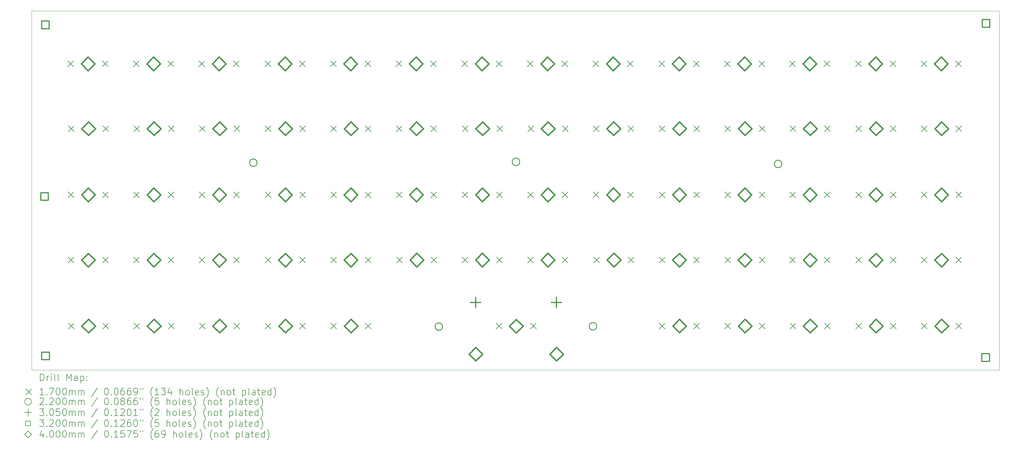
<source format=gbr>
%FSLAX45Y45*%
G04 Gerber Fmt 4.5, Leading zero omitted, Abs format (unit mm)*
G04 Created by KiCad (PCBNEW (6.0.1)) date 2022-06-24 19:37:23*
%MOMM*%
%LPD*%
G01*
G04 APERTURE LIST*
%TA.AperFunction,Profile*%
%ADD10C,0.100000*%
%TD*%
%ADD11C,0.200000*%
%ADD12C,0.170000*%
%ADD13C,0.220000*%
%ADD14C,0.305000*%
%ADD15C,0.320000*%
%ADD16C,0.400000*%
G04 APERTURE END LIST*
D10*
X8257540Y-9751060D02*
X36766500Y-9751060D01*
X36766500Y-9751060D02*
X36766500Y-20332700D01*
X36766500Y-20332700D02*
X8257540Y-20332700D01*
X8257540Y-20332700D02*
X8257540Y-9751060D01*
D11*
D12*
X9325213Y-11221828D02*
X9495213Y-11391828D01*
X9495213Y-11221828D02*
X9325213Y-11391828D01*
X9333320Y-15083880D02*
X9503320Y-15253880D01*
X9503320Y-15083880D02*
X9333320Y-15253880D01*
X9333320Y-17009200D02*
X9503320Y-17179200D01*
X9503320Y-17009200D02*
X9333320Y-17179200D01*
X9338400Y-13133160D02*
X9508400Y-13303160D01*
X9508400Y-13133160D02*
X9338400Y-13303160D01*
X9338400Y-18949760D02*
X9508400Y-19119760D01*
X9508400Y-18949760D02*
X9338400Y-19119760D01*
X10341213Y-11221828D02*
X10511213Y-11391828D01*
X10511213Y-11221828D02*
X10341213Y-11391828D01*
X10349320Y-15083880D02*
X10519320Y-15253880D01*
X10519320Y-15083880D02*
X10349320Y-15253880D01*
X10349320Y-17009200D02*
X10519320Y-17179200D01*
X10519320Y-17009200D02*
X10349320Y-17179200D01*
X10354400Y-13133160D02*
X10524400Y-13303160D01*
X10524400Y-13133160D02*
X10354400Y-13303160D01*
X10354400Y-18949760D02*
X10524400Y-19119760D01*
X10524400Y-18949760D02*
X10354400Y-19119760D01*
X11255613Y-11221828D02*
X11425613Y-11391828D01*
X11425613Y-11221828D02*
X11255613Y-11391828D01*
X11263720Y-15083880D02*
X11433720Y-15253880D01*
X11433720Y-15083880D02*
X11263720Y-15253880D01*
X11263720Y-17009200D02*
X11433720Y-17179200D01*
X11433720Y-17009200D02*
X11263720Y-17179200D01*
X11268800Y-13133160D02*
X11438800Y-13303160D01*
X11438800Y-13133160D02*
X11268800Y-13303160D01*
X11268800Y-18949760D02*
X11438800Y-19119760D01*
X11438800Y-18949760D02*
X11268800Y-19119760D01*
X12271613Y-11221828D02*
X12441613Y-11391828D01*
X12441613Y-11221828D02*
X12271613Y-11391828D01*
X12279720Y-15083880D02*
X12449720Y-15253880D01*
X12449720Y-15083880D02*
X12279720Y-15253880D01*
X12279720Y-17009200D02*
X12449720Y-17179200D01*
X12449720Y-17009200D02*
X12279720Y-17179200D01*
X12284800Y-13133160D02*
X12454800Y-13303160D01*
X12454800Y-13133160D02*
X12284800Y-13303160D01*
X12284800Y-18949760D02*
X12454800Y-19119760D01*
X12454800Y-18949760D02*
X12284800Y-19119760D01*
X13186013Y-11221828D02*
X13356013Y-11391828D01*
X13356013Y-11221828D02*
X13186013Y-11391828D01*
X13194120Y-15083880D02*
X13364120Y-15253880D01*
X13364120Y-15083880D02*
X13194120Y-15253880D01*
X13194120Y-17009200D02*
X13364120Y-17179200D01*
X13364120Y-17009200D02*
X13194120Y-17179200D01*
X13199200Y-13133160D02*
X13369200Y-13303160D01*
X13369200Y-13133160D02*
X13199200Y-13303160D01*
X13199200Y-18949760D02*
X13369200Y-19119760D01*
X13369200Y-18949760D02*
X13199200Y-19119760D01*
X14202013Y-11221828D02*
X14372013Y-11391828D01*
X14372013Y-11221828D02*
X14202013Y-11391828D01*
X14210120Y-15083880D02*
X14380120Y-15253880D01*
X14380120Y-15083880D02*
X14210120Y-15253880D01*
X14210120Y-17009200D02*
X14380120Y-17179200D01*
X14380120Y-17009200D02*
X14210120Y-17179200D01*
X14215200Y-13133160D02*
X14385200Y-13303160D01*
X14385200Y-13133160D02*
X14215200Y-13303160D01*
X14215200Y-18949760D02*
X14385200Y-19119760D01*
X14385200Y-18949760D02*
X14215200Y-19119760D01*
X15129113Y-11221828D02*
X15299113Y-11391828D01*
X15299113Y-11221828D02*
X15129113Y-11391828D01*
X15137220Y-15083880D02*
X15307220Y-15253880D01*
X15307220Y-15083880D02*
X15137220Y-15253880D01*
X15137220Y-17009200D02*
X15307220Y-17179200D01*
X15307220Y-17009200D02*
X15137220Y-17179200D01*
X15142300Y-13133160D02*
X15312300Y-13303160D01*
X15312300Y-13133160D02*
X15142300Y-13303160D01*
X15142300Y-18949760D02*
X15312300Y-19119760D01*
X15312300Y-18949760D02*
X15142300Y-19119760D01*
X16145113Y-11221828D02*
X16315113Y-11391828D01*
X16315113Y-11221828D02*
X16145113Y-11391828D01*
X16153220Y-15083880D02*
X16323220Y-15253880D01*
X16323220Y-15083880D02*
X16153220Y-15253880D01*
X16153220Y-17009200D02*
X16323220Y-17179200D01*
X16323220Y-17009200D02*
X16153220Y-17179200D01*
X16158300Y-13133160D02*
X16328300Y-13303160D01*
X16328300Y-13133160D02*
X16158300Y-13303160D01*
X16158300Y-18949760D02*
X16328300Y-19119760D01*
X16328300Y-18949760D02*
X16158300Y-19119760D01*
X17059513Y-11221828D02*
X17229513Y-11391828D01*
X17229513Y-11221828D02*
X17059513Y-11391828D01*
X17067620Y-15083880D02*
X17237620Y-15253880D01*
X17237620Y-15083880D02*
X17067620Y-15253880D01*
X17067620Y-17009200D02*
X17237620Y-17179200D01*
X17237620Y-17009200D02*
X17067620Y-17179200D01*
X17072700Y-13133160D02*
X17242700Y-13303160D01*
X17242700Y-13133160D02*
X17072700Y-13303160D01*
X17072700Y-18949760D02*
X17242700Y-19119760D01*
X17242700Y-18949760D02*
X17072700Y-19119760D01*
X18075513Y-11221828D02*
X18245513Y-11391828D01*
X18245513Y-11221828D02*
X18075513Y-11391828D01*
X18083620Y-15083880D02*
X18253620Y-15253880D01*
X18253620Y-15083880D02*
X18083620Y-15253880D01*
X18083620Y-17009200D02*
X18253620Y-17179200D01*
X18253620Y-17009200D02*
X18083620Y-17179200D01*
X18088700Y-13133160D02*
X18258700Y-13303160D01*
X18258700Y-13133160D02*
X18088700Y-13303160D01*
X18088700Y-18949760D02*
X18258700Y-19119760D01*
X18258700Y-18949760D02*
X18088700Y-19119760D01*
X18989913Y-11221828D02*
X19159913Y-11391828D01*
X19159913Y-11221828D02*
X18989913Y-11391828D01*
X18998020Y-15083880D02*
X19168020Y-15253880D01*
X19168020Y-15083880D02*
X18998020Y-15253880D01*
X19003100Y-13133160D02*
X19173100Y-13303160D01*
X19173100Y-13133160D02*
X19003100Y-13303160D01*
X19011207Y-17005372D02*
X19181207Y-17175372D01*
X19181207Y-17005372D02*
X19011207Y-17175372D01*
X20005913Y-11221828D02*
X20175913Y-11391828D01*
X20175913Y-11221828D02*
X20005913Y-11391828D01*
X20014020Y-15083880D02*
X20184020Y-15253880D01*
X20184020Y-15083880D02*
X20014020Y-15253880D01*
X20019100Y-13133160D02*
X20189100Y-13303160D01*
X20189100Y-13133160D02*
X20019100Y-13303160D01*
X20027207Y-17005372D02*
X20197207Y-17175372D01*
X20197207Y-17005372D02*
X20027207Y-17175372D01*
X20933013Y-11221828D02*
X21103013Y-11391828D01*
X21103013Y-11221828D02*
X20933013Y-11391828D01*
X20941120Y-15083880D02*
X21111120Y-15253880D01*
X21111120Y-15083880D02*
X20941120Y-15253880D01*
X20941607Y-17005372D02*
X21111607Y-17175372D01*
X21111607Y-17005372D02*
X20941607Y-17175372D01*
X20946200Y-13133160D02*
X21116200Y-13303160D01*
X21116200Y-13133160D02*
X20946200Y-13303160D01*
X21936800Y-18955860D02*
X22106800Y-19125860D01*
X22106800Y-18955860D02*
X21936800Y-19125860D01*
X21949013Y-11221828D02*
X22119013Y-11391828D01*
X22119013Y-11221828D02*
X21949013Y-11391828D01*
X21957120Y-15083880D02*
X22127120Y-15253880D01*
X22127120Y-15083880D02*
X21957120Y-15253880D01*
X21957607Y-17005372D02*
X22127607Y-17175372D01*
X22127607Y-17005372D02*
X21957607Y-17175372D01*
X21962200Y-13133160D02*
X22132200Y-13303160D01*
X22132200Y-13133160D02*
X21962200Y-13303160D01*
X22863413Y-11221828D02*
X23033413Y-11391828D01*
X23033413Y-11221828D02*
X22863413Y-11391828D01*
X22871520Y-15083880D02*
X23041520Y-15253880D01*
X23041520Y-15083880D02*
X22871520Y-15253880D01*
X22872007Y-17005372D02*
X23042007Y-17175372D01*
X23042007Y-17005372D02*
X22872007Y-17175372D01*
X22876600Y-13133160D02*
X23046600Y-13303160D01*
X23046600Y-13133160D02*
X22876600Y-13303160D01*
X22952800Y-18955860D02*
X23122800Y-19125860D01*
X23122800Y-18955860D02*
X22952800Y-19125860D01*
X23879413Y-11221828D02*
X24049413Y-11391828D01*
X24049413Y-11221828D02*
X23879413Y-11391828D01*
X23887520Y-15083880D02*
X24057520Y-15253880D01*
X24057520Y-15083880D02*
X23887520Y-15253880D01*
X23888007Y-17005372D02*
X24058007Y-17175372D01*
X24058007Y-17005372D02*
X23888007Y-17175372D01*
X23892600Y-13133160D02*
X24062600Y-13303160D01*
X24062600Y-13133160D02*
X23892600Y-13303160D01*
X24793813Y-11221828D02*
X24963813Y-11391828D01*
X24963813Y-11221828D02*
X24793813Y-11391828D01*
X24801920Y-15083880D02*
X24971920Y-15253880D01*
X24971920Y-15083880D02*
X24801920Y-15253880D01*
X24807000Y-13133160D02*
X24977000Y-13303160D01*
X24977000Y-13133160D02*
X24807000Y-13303160D01*
X24815107Y-17005372D02*
X24985107Y-17175372D01*
X24985107Y-17005372D02*
X24815107Y-17175372D01*
X25809813Y-11221828D02*
X25979813Y-11391828D01*
X25979813Y-11221828D02*
X25809813Y-11391828D01*
X25817920Y-15083880D02*
X25987920Y-15253880D01*
X25987920Y-15083880D02*
X25817920Y-15253880D01*
X25823000Y-13133160D02*
X25993000Y-13303160D01*
X25993000Y-13133160D02*
X25823000Y-13303160D01*
X25831107Y-17005372D02*
X26001107Y-17175372D01*
X26001107Y-17005372D02*
X25831107Y-17175372D01*
X26736913Y-11221828D02*
X26906913Y-11391828D01*
X26906913Y-11221828D02*
X26736913Y-11391828D01*
X26745020Y-15083880D02*
X26915020Y-15253880D01*
X26915020Y-15083880D02*
X26745020Y-15253880D01*
X26745020Y-17009200D02*
X26915020Y-17179200D01*
X26915020Y-17009200D02*
X26745020Y-17179200D01*
X26750100Y-13133160D02*
X26920100Y-13303160D01*
X26920100Y-13133160D02*
X26750100Y-13303160D01*
X26750100Y-18949760D02*
X26920100Y-19119760D01*
X26920100Y-18949760D02*
X26750100Y-19119760D01*
X27752913Y-11221828D02*
X27922913Y-11391828D01*
X27922913Y-11221828D02*
X27752913Y-11391828D01*
X27761020Y-15083880D02*
X27931020Y-15253880D01*
X27931020Y-15083880D02*
X27761020Y-15253880D01*
X27761020Y-17009200D02*
X27931020Y-17179200D01*
X27931020Y-17009200D02*
X27761020Y-17179200D01*
X27766100Y-13133160D02*
X27936100Y-13303160D01*
X27936100Y-13133160D02*
X27766100Y-13303160D01*
X27766100Y-18949760D02*
X27936100Y-19119760D01*
X27936100Y-18949760D02*
X27766100Y-19119760D01*
X28667313Y-11221828D02*
X28837313Y-11391828D01*
X28837313Y-11221828D02*
X28667313Y-11391828D01*
X28675420Y-15083880D02*
X28845420Y-15253880D01*
X28845420Y-15083880D02*
X28675420Y-15253880D01*
X28675420Y-17009200D02*
X28845420Y-17179200D01*
X28845420Y-17009200D02*
X28675420Y-17179200D01*
X28680500Y-13133160D02*
X28850500Y-13303160D01*
X28850500Y-13133160D02*
X28680500Y-13303160D01*
X28680500Y-18949760D02*
X28850500Y-19119760D01*
X28850500Y-18949760D02*
X28680500Y-19119760D01*
X29683313Y-11221828D02*
X29853313Y-11391828D01*
X29853313Y-11221828D02*
X29683313Y-11391828D01*
X29691420Y-15083880D02*
X29861420Y-15253880D01*
X29861420Y-15083880D02*
X29691420Y-15253880D01*
X29691420Y-17009200D02*
X29861420Y-17179200D01*
X29861420Y-17009200D02*
X29691420Y-17179200D01*
X29696500Y-13133160D02*
X29866500Y-13303160D01*
X29866500Y-13133160D02*
X29696500Y-13303160D01*
X29696500Y-18949760D02*
X29866500Y-19119760D01*
X29866500Y-18949760D02*
X29696500Y-19119760D01*
X30585013Y-11221828D02*
X30755013Y-11391828D01*
X30755013Y-11221828D02*
X30585013Y-11391828D01*
X30593120Y-15083880D02*
X30763120Y-15253880D01*
X30763120Y-15083880D02*
X30593120Y-15253880D01*
X30593120Y-17009200D02*
X30763120Y-17179200D01*
X30763120Y-17009200D02*
X30593120Y-17179200D01*
X30598200Y-13133160D02*
X30768200Y-13303160D01*
X30768200Y-13133160D02*
X30598200Y-13303160D01*
X30598200Y-18949760D02*
X30768200Y-19119760D01*
X30768200Y-18949760D02*
X30598200Y-19119760D01*
X31601013Y-11221828D02*
X31771013Y-11391828D01*
X31771013Y-11221828D02*
X31601013Y-11391828D01*
X31609120Y-15083880D02*
X31779120Y-15253880D01*
X31779120Y-15083880D02*
X31609120Y-15253880D01*
X31609120Y-17009200D02*
X31779120Y-17179200D01*
X31779120Y-17009200D02*
X31609120Y-17179200D01*
X31614200Y-13133160D02*
X31784200Y-13303160D01*
X31784200Y-13133160D02*
X31614200Y-13303160D01*
X31614200Y-18949760D02*
X31784200Y-19119760D01*
X31784200Y-18949760D02*
X31614200Y-19119760D01*
X32528113Y-11221828D02*
X32698113Y-11391828D01*
X32698113Y-11221828D02*
X32528113Y-11391828D01*
X32536220Y-15083880D02*
X32706220Y-15253880D01*
X32706220Y-15083880D02*
X32536220Y-15253880D01*
X32536220Y-17009200D02*
X32706220Y-17179200D01*
X32706220Y-17009200D02*
X32536220Y-17179200D01*
X32541300Y-13133160D02*
X32711300Y-13303160D01*
X32711300Y-13133160D02*
X32541300Y-13303160D01*
X32541300Y-18949760D02*
X32711300Y-19119760D01*
X32711300Y-18949760D02*
X32541300Y-19119760D01*
X33544113Y-11221828D02*
X33714113Y-11391828D01*
X33714113Y-11221828D02*
X33544113Y-11391828D01*
X33552220Y-15083880D02*
X33722220Y-15253880D01*
X33722220Y-15083880D02*
X33552220Y-15253880D01*
X33552220Y-17009200D02*
X33722220Y-17179200D01*
X33722220Y-17009200D02*
X33552220Y-17179200D01*
X33557300Y-13133160D02*
X33727300Y-13303160D01*
X33727300Y-13133160D02*
X33557300Y-13303160D01*
X33557300Y-18949760D02*
X33727300Y-19119760D01*
X33727300Y-18949760D02*
X33557300Y-19119760D01*
X34458513Y-11221828D02*
X34628513Y-11391828D01*
X34628513Y-11221828D02*
X34458513Y-11391828D01*
X34466620Y-15083880D02*
X34636620Y-15253880D01*
X34636620Y-15083880D02*
X34466620Y-15253880D01*
X34466620Y-17009200D02*
X34636620Y-17179200D01*
X34636620Y-17009200D02*
X34466620Y-17179200D01*
X34471700Y-13133160D02*
X34641700Y-13303160D01*
X34641700Y-13133160D02*
X34471700Y-13303160D01*
X34471700Y-18949760D02*
X34641700Y-19119760D01*
X34641700Y-18949760D02*
X34471700Y-19119760D01*
X35474513Y-11221828D02*
X35644513Y-11391828D01*
X35644513Y-11221828D02*
X35474513Y-11391828D01*
X35482620Y-15083880D02*
X35652620Y-15253880D01*
X35652620Y-15083880D02*
X35482620Y-15253880D01*
X35482620Y-17009200D02*
X35652620Y-17179200D01*
X35652620Y-17009200D02*
X35482620Y-17179200D01*
X35487700Y-13133160D02*
X35657700Y-13303160D01*
X35657700Y-13133160D02*
X35487700Y-13303160D01*
X35487700Y-18949760D02*
X35657700Y-19119760D01*
X35657700Y-18949760D02*
X35487700Y-19119760D01*
D13*
X14897880Y-14224000D02*
G75*
G03*
X14897880Y-14224000I-110000J0D01*
G01*
X20361420Y-19055080D02*
G75*
G03*
X20361420Y-19055080I-110000J0D01*
G01*
X22634720Y-14198600D02*
G75*
G03*
X22634720Y-14198600I-110000J0D01*
G01*
X24902940Y-19044920D02*
G75*
G03*
X24902940Y-19044920I-110000J0D01*
G01*
X30356320Y-14259560D02*
G75*
G03*
X30356320Y-14259560I-110000J0D01*
G01*
D14*
X21339800Y-18188360D02*
X21339800Y-18493360D01*
X21187300Y-18340860D02*
X21492300Y-18340860D01*
X23719800Y-18188360D02*
X23719800Y-18493360D01*
X23567300Y-18340860D02*
X23872300Y-18340860D01*
D15*
X8749138Y-15332818D02*
X8749138Y-15106542D01*
X8522862Y-15106542D01*
X8522862Y-15332818D01*
X8749138Y-15332818D01*
X8774538Y-10273138D02*
X8774538Y-10046862D01*
X8548262Y-10046862D01*
X8548262Y-10273138D01*
X8774538Y-10273138D01*
X8779618Y-20031818D02*
X8779618Y-19805542D01*
X8553342Y-19805542D01*
X8553342Y-20031818D01*
X8779618Y-20031818D01*
X36475778Y-20077538D02*
X36475778Y-19851262D01*
X36249502Y-19851262D01*
X36249502Y-20077538D01*
X36475778Y-20077538D01*
X36485938Y-10232498D02*
X36485938Y-10006222D01*
X36259662Y-10006222D01*
X36259662Y-10232498D01*
X36485938Y-10232498D01*
D16*
X9918213Y-11506828D02*
X10118213Y-11306828D01*
X9918213Y-11106829D01*
X9718213Y-11306828D01*
X9918213Y-11506828D01*
X9926320Y-15368880D02*
X10126320Y-15168880D01*
X9926320Y-14968880D01*
X9726320Y-15168880D01*
X9926320Y-15368880D01*
X9926320Y-17294200D02*
X10126320Y-17094200D01*
X9926320Y-16894200D01*
X9726320Y-17094200D01*
X9926320Y-17294200D01*
X9931400Y-13418160D02*
X10131400Y-13218160D01*
X9931400Y-13018160D01*
X9731400Y-13218160D01*
X9931400Y-13418160D01*
X9931400Y-19234760D02*
X10131400Y-19034760D01*
X9931400Y-18834760D01*
X9731400Y-19034760D01*
X9931400Y-19234760D01*
X11848613Y-11506828D02*
X12048613Y-11306828D01*
X11848613Y-11106829D01*
X11648613Y-11306828D01*
X11848613Y-11506828D01*
X11856720Y-15368880D02*
X12056720Y-15168880D01*
X11856720Y-14968880D01*
X11656720Y-15168880D01*
X11856720Y-15368880D01*
X11856720Y-17294200D02*
X12056720Y-17094200D01*
X11856720Y-16894200D01*
X11656720Y-17094200D01*
X11856720Y-17294200D01*
X11861800Y-13418160D02*
X12061800Y-13218160D01*
X11861800Y-13018160D01*
X11661800Y-13218160D01*
X11861800Y-13418160D01*
X11861800Y-19234760D02*
X12061800Y-19034760D01*
X11861800Y-18834760D01*
X11661800Y-19034760D01*
X11861800Y-19234760D01*
X13779013Y-11506828D02*
X13979013Y-11306828D01*
X13779013Y-11106829D01*
X13579013Y-11306828D01*
X13779013Y-11506828D01*
X13787120Y-15368880D02*
X13987120Y-15168880D01*
X13787120Y-14968880D01*
X13587120Y-15168880D01*
X13787120Y-15368880D01*
X13787120Y-17294200D02*
X13987120Y-17094200D01*
X13787120Y-16894200D01*
X13587120Y-17094200D01*
X13787120Y-17294200D01*
X13792200Y-13418160D02*
X13992200Y-13218160D01*
X13792200Y-13018160D01*
X13592200Y-13218160D01*
X13792200Y-13418160D01*
X13792200Y-19234760D02*
X13992200Y-19034760D01*
X13792200Y-18834760D01*
X13592200Y-19034760D01*
X13792200Y-19234760D01*
X15722113Y-11506828D02*
X15922113Y-11306828D01*
X15722113Y-11106829D01*
X15522113Y-11306828D01*
X15722113Y-11506828D01*
X15730220Y-15368880D02*
X15930220Y-15168880D01*
X15730220Y-14968880D01*
X15530220Y-15168880D01*
X15730220Y-15368880D01*
X15730220Y-17294200D02*
X15930220Y-17094200D01*
X15730220Y-16894200D01*
X15530220Y-17094200D01*
X15730220Y-17294200D01*
X15735300Y-13418160D02*
X15935300Y-13218160D01*
X15735300Y-13018160D01*
X15535300Y-13218160D01*
X15735300Y-13418160D01*
X15735300Y-19234760D02*
X15935300Y-19034760D01*
X15735300Y-18834760D01*
X15535300Y-19034760D01*
X15735300Y-19234760D01*
X17652513Y-11506828D02*
X17852513Y-11306828D01*
X17652513Y-11106829D01*
X17452513Y-11306828D01*
X17652513Y-11506828D01*
X17660620Y-15368880D02*
X17860620Y-15168880D01*
X17660620Y-14968880D01*
X17460620Y-15168880D01*
X17660620Y-15368880D01*
X17660620Y-17294200D02*
X17860620Y-17094200D01*
X17660620Y-16894200D01*
X17460620Y-17094200D01*
X17660620Y-17294200D01*
X17665700Y-13418160D02*
X17865700Y-13218160D01*
X17665700Y-13018160D01*
X17465700Y-13218160D01*
X17665700Y-13418160D01*
X17665700Y-19234760D02*
X17865700Y-19034760D01*
X17665700Y-18834760D01*
X17465700Y-19034760D01*
X17665700Y-19234760D01*
X19582913Y-11506828D02*
X19782913Y-11306828D01*
X19582913Y-11106829D01*
X19382913Y-11306828D01*
X19582913Y-11506828D01*
X19591020Y-15368880D02*
X19791020Y-15168880D01*
X19591020Y-14968880D01*
X19391020Y-15168880D01*
X19591020Y-15368880D01*
X19596100Y-13418160D02*
X19796100Y-13218160D01*
X19596100Y-13018160D01*
X19396100Y-13218160D01*
X19596100Y-13418160D01*
X19604207Y-17290372D02*
X19804207Y-17090372D01*
X19604207Y-16890372D01*
X19404207Y-17090372D01*
X19604207Y-17290372D01*
X21339800Y-20064860D02*
X21539800Y-19864860D01*
X21339800Y-19664860D01*
X21139800Y-19864860D01*
X21339800Y-20064860D01*
X21526013Y-11506828D02*
X21726013Y-11306828D01*
X21526013Y-11106829D01*
X21326013Y-11306828D01*
X21526013Y-11506828D01*
X21534120Y-15368880D02*
X21734120Y-15168880D01*
X21534120Y-14968880D01*
X21334120Y-15168880D01*
X21534120Y-15368880D01*
X21534607Y-17290372D02*
X21734607Y-17090372D01*
X21534607Y-16890372D01*
X21334607Y-17090372D01*
X21534607Y-17290372D01*
X21539200Y-13418160D02*
X21739200Y-13218160D01*
X21539200Y-13018160D01*
X21339200Y-13218160D01*
X21539200Y-13418160D01*
X22529800Y-19240860D02*
X22729800Y-19040860D01*
X22529800Y-18840860D01*
X22329800Y-19040860D01*
X22529800Y-19240860D01*
X23456413Y-11506828D02*
X23656413Y-11306828D01*
X23456413Y-11106829D01*
X23256413Y-11306828D01*
X23456413Y-11506828D01*
X23464520Y-15368880D02*
X23664520Y-15168880D01*
X23464520Y-14968880D01*
X23264520Y-15168880D01*
X23464520Y-15368880D01*
X23465007Y-17290372D02*
X23665007Y-17090372D01*
X23465007Y-16890372D01*
X23265007Y-17090372D01*
X23465007Y-17290372D01*
X23469600Y-13418160D02*
X23669600Y-13218160D01*
X23469600Y-13018160D01*
X23269600Y-13218160D01*
X23469600Y-13418160D01*
X23719800Y-20064860D02*
X23919800Y-19864860D01*
X23719800Y-19664860D01*
X23519800Y-19864860D01*
X23719800Y-20064860D01*
X25386813Y-11506828D02*
X25586813Y-11306828D01*
X25386813Y-11106829D01*
X25186813Y-11306828D01*
X25386813Y-11506828D01*
X25394920Y-15368880D02*
X25594920Y-15168880D01*
X25394920Y-14968880D01*
X25194920Y-15168880D01*
X25394920Y-15368880D01*
X25400000Y-13418160D02*
X25600000Y-13218160D01*
X25400000Y-13018160D01*
X25200000Y-13218160D01*
X25400000Y-13418160D01*
X25408107Y-17290372D02*
X25608107Y-17090372D01*
X25408107Y-16890372D01*
X25208107Y-17090372D01*
X25408107Y-17290372D01*
X27329913Y-11506828D02*
X27529913Y-11306828D01*
X27329913Y-11106829D01*
X27129913Y-11306828D01*
X27329913Y-11506828D01*
X27338020Y-15368880D02*
X27538020Y-15168880D01*
X27338020Y-14968880D01*
X27138020Y-15168880D01*
X27338020Y-15368880D01*
X27338020Y-17294200D02*
X27538020Y-17094200D01*
X27338020Y-16894200D01*
X27138020Y-17094200D01*
X27338020Y-17294200D01*
X27343100Y-13418160D02*
X27543100Y-13218160D01*
X27343100Y-13018160D01*
X27143100Y-13218160D01*
X27343100Y-13418160D01*
X27343100Y-19234760D02*
X27543100Y-19034760D01*
X27343100Y-18834760D01*
X27143100Y-19034760D01*
X27343100Y-19234760D01*
X29260313Y-11506828D02*
X29460313Y-11306828D01*
X29260313Y-11106829D01*
X29060313Y-11306828D01*
X29260313Y-11506828D01*
X29268420Y-15368880D02*
X29468420Y-15168880D01*
X29268420Y-14968880D01*
X29068420Y-15168880D01*
X29268420Y-15368880D01*
X29268420Y-17294200D02*
X29468420Y-17094200D01*
X29268420Y-16894200D01*
X29068420Y-17094200D01*
X29268420Y-17294200D01*
X29273500Y-13418160D02*
X29473500Y-13218160D01*
X29273500Y-13018160D01*
X29073500Y-13218160D01*
X29273500Y-13418160D01*
X29273500Y-19234760D02*
X29473500Y-19034760D01*
X29273500Y-18834760D01*
X29073500Y-19034760D01*
X29273500Y-19234760D01*
X31178013Y-11506828D02*
X31378013Y-11306828D01*
X31178013Y-11106829D01*
X30978013Y-11306828D01*
X31178013Y-11506828D01*
X31186120Y-15368880D02*
X31386120Y-15168880D01*
X31186120Y-14968880D01*
X30986120Y-15168880D01*
X31186120Y-15368880D01*
X31186120Y-17294200D02*
X31386120Y-17094200D01*
X31186120Y-16894200D01*
X30986120Y-17094200D01*
X31186120Y-17294200D01*
X31191200Y-13418160D02*
X31391200Y-13218160D01*
X31191200Y-13018160D01*
X30991200Y-13218160D01*
X31191200Y-13418160D01*
X31191200Y-19234760D02*
X31391200Y-19034760D01*
X31191200Y-18834760D01*
X30991200Y-19034760D01*
X31191200Y-19234760D01*
X33121113Y-11506828D02*
X33321113Y-11306828D01*
X33121113Y-11106829D01*
X32921113Y-11306828D01*
X33121113Y-11506828D01*
X33129220Y-15368880D02*
X33329220Y-15168880D01*
X33129220Y-14968880D01*
X32929220Y-15168880D01*
X33129220Y-15368880D01*
X33129220Y-17294200D02*
X33329220Y-17094200D01*
X33129220Y-16894200D01*
X32929220Y-17094200D01*
X33129220Y-17294200D01*
X33134300Y-13418160D02*
X33334300Y-13218160D01*
X33134300Y-13018160D01*
X32934300Y-13218160D01*
X33134300Y-13418160D01*
X33134300Y-19234760D02*
X33334300Y-19034760D01*
X33134300Y-18834760D01*
X32934300Y-19034760D01*
X33134300Y-19234760D01*
X35051513Y-11506828D02*
X35251513Y-11306828D01*
X35051513Y-11106829D01*
X34851513Y-11306828D01*
X35051513Y-11506828D01*
X35059620Y-15368880D02*
X35259620Y-15168880D01*
X35059620Y-14968880D01*
X34859620Y-15168880D01*
X35059620Y-15368880D01*
X35059620Y-17294200D02*
X35259620Y-17094200D01*
X35059620Y-16894200D01*
X34859620Y-17094200D01*
X35059620Y-17294200D01*
X35064700Y-13418160D02*
X35264700Y-13218160D01*
X35064700Y-13018160D01*
X34864700Y-13218160D01*
X35064700Y-13418160D01*
X35064700Y-19234760D02*
X35264700Y-19034760D01*
X35064700Y-18834760D01*
X34864700Y-19034760D01*
X35064700Y-19234760D01*
D11*
X8510159Y-20648176D02*
X8510159Y-20448176D01*
X8557778Y-20448176D01*
X8586350Y-20457700D01*
X8605397Y-20476748D01*
X8614921Y-20495795D01*
X8624445Y-20533890D01*
X8624445Y-20562462D01*
X8614921Y-20600557D01*
X8605397Y-20619605D01*
X8586350Y-20638652D01*
X8557778Y-20648176D01*
X8510159Y-20648176D01*
X8710159Y-20648176D02*
X8710159Y-20514843D01*
X8710159Y-20552938D02*
X8719683Y-20533890D01*
X8729207Y-20524367D01*
X8748254Y-20514843D01*
X8767302Y-20514843D01*
X8833969Y-20648176D02*
X8833969Y-20514843D01*
X8833969Y-20448176D02*
X8824445Y-20457700D01*
X8833969Y-20467224D01*
X8843492Y-20457700D01*
X8833969Y-20448176D01*
X8833969Y-20467224D01*
X8957778Y-20648176D02*
X8938730Y-20638652D01*
X8929207Y-20619605D01*
X8929207Y-20448176D01*
X9062540Y-20648176D02*
X9043492Y-20638652D01*
X9033969Y-20619605D01*
X9033969Y-20448176D01*
X9291111Y-20648176D02*
X9291111Y-20448176D01*
X9357778Y-20591033D01*
X9424445Y-20448176D01*
X9424445Y-20648176D01*
X9605397Y-20648176D02*
X9605397Y-20543414D01*
X9595873Y-20524367D01*
X9576826Y-20514843D01*
X9538730Y-20514843D01*
X9519683Y-20524367D01*
X9605397Y-20638652D02*
X9586350Y-20648176D01*
X9538730Y-20648176D01*
X9519683Y-20638652D01*
X9510159Y-20619605D01*
X9510159Y-20600557D01*
X9519683Y-20581510D01*
X9538730Y-20571986D01*
X9586350Y-20571986D01*
X9605397Y-20562462D01*
X9700635Y-20514843D02*
X9700635Y-20714843D01*
X9700635Y-20524367D02*
X9719683Y-20514843D01*
X9757778Y-20514843D01*
X9776826Y-20524367D01*
X9786350Y-20533890D01*
X9795873Y-20552938D01*
X9795873Y-20610081D01*
X9786350Y-20629129D01*
X9776826Y-20638652D01*
X9757778Y-20648176D01*
X9719683Y-20648176D01*
X9700635Y-20638652D01*
X9881588Y-20629129D02*
X9891111Y-20638652D01*
X9881588Y-20648176D01*
X9872064Y-20638652D01*
X9881588Y-20629129D01*
X9881588Y-20648176D01*
X9881588Y-20524367D02*
X9891111Y-20533890D01*
X9881588Y-20543414D01*
X9872064Y-20533890D01*
X9881588Y-20524367D01*
X9881588Y-20543414D01*
D12*
X8082540Y-20892700D02*
X8252540Y-21062700D01*
X8252540Y-20892700D02*
X8082540Y-21062700D01*
D11*
X8614921Y-21068176D02*
X8500635Y-21068176D01*
X8557778Y-21068176D02*
X8557778Y-20868176D01*
X8538730Y-20896748D01*
X8519683Y-20915795D01*
X8500635Y-20925319D01*
X8700635Y-21049129D02*
X8710159Y-21058652D01*
X8700635Y-21068176D01*
X8691111Y-21058652D01*
X8700635Y-21049129D01*
X8700635Y-21068176D01*
X8776826Y-20868176D02*
X8910159Y-20868176D01*
X8824445Y-21068176D01*
X9024445Y-20868176D02*
X9043492Y-20868176D01*
X9062540Y-20877700D01*
X9072064Y-20887224D01*
X9081588Y-20906271D01*
X9091111Y-20944367D01*
X9091111Y-20991986D01*
X9081588Y-21030081D01*
X9072064Y-21049129D01*
X9062540Y-21058652D01*
X9043492Y-21068176D01*
X9024445Y-21068176D01*
X9005397Y-21058652D01*
X8995873Y-21049129D01*
X8986350Y-21030081D01*
X8976826Y-20991986D01*
X8976826Y-20944367D01*
X8986350Y-20906271D01*
X8995873Y-20887224D01*
X9005397Y-20877700D01*
X9024445Y-20868176D01*
X9214921Y-20868176D02*
X9233969Y-20868176D01*
X9253016Y-20877700D01*
X9262540Y-20887224D01*
X9272064Y-20906271D01*
X9281588Y-20944367D01*
X9281588Y-20991986D01*
X9272064Y-21030081D01*
X9262540Y-21049129D01*
X9253016Y-21058652D01*
X9233969Y-21068176D01*
X9214921Y-21068176D01*
X9195873Y-21058652D01*
X9186350Y-21049129D01*
X9176826Y-21030081D01*
X9167302Y-20991986D01*
X9167302Y-20944367D01*
X9176826Y-20906271D01*
X9186350Y-20887224D01*
X9195873Y-20877700D01*
X9214921Y-20868176D01*
X9367302Y-21068176D02*
X9367302Y-20934843D01*
X9367302Y-20953890D02*
X9376826Y-20944367D01*
X9395873Y-20934843D01*
X9424445Y-20934843D01*
X9443492Y-20944367D01*
X9453016Y-20963414D01*
X9453016Y-21068176D01*
X9453016Y-20963414D02*
X9462540Y-20944367D01*
X9481588Y-20934843D01*
X9510159Y-20934843D01*
X9529207Y-20944367D01*
X9538730Y-20963414D01*
X9538730Y-21068176D01*
X9633969Y-21068176D02*
X9633969Y-20934843D01*
X9633969Y-20953890D02*
X9643492Y-20944367D01*
X9662540Y-20934843D01*
X9691111Y-20934843D01*
X9710159Y-20944367D01*
X9719683Y-20963414D01*
X9719683Y-21068176D01*
X9719683Y-20963414D02*
X9729207Y-20944367D01*
X9748254Y-20934843D01*
X9776826Y-20934843D01*
X9795873Y-20944367D01*
X9805397Y-20963414D01*
X9805397Y-21068176D01*
X10195873Y-20858652D02*
X10024445Y-21115795D01*
X10453016Y-20868176D02*
X10472064Y-20868176D01*
X10491111Y-20877700D01*
X10500635Y-20887224D01*
X10510159Y-20906271D01*
X10519683Y-20944367D01*
X10519683Y-20991986D01*
X10510159Y-21030081D01*
X10500635Y-21049129D01*
X10491111Y-21058652D01*
X10472064Y-21068176D01*
X10453016Y-21068176D01*
X10433969Y-21058652D01*
X10424445Y-21049129D01*
X10414921Y-21030081D01*
X10405397Y-20991986D01*
X10405397Y-20944367D01*
X10414921Y-20906271D01*
X10424445Y-20887224D01*
X10433969Y-20877700D01*
X10453016Y-20868176D01*
X10605397Y-21049129D02*
X10614921Y-21058652D01*
X10605397Y-21068176D01*
X10595873Y-21058652D01*
X10605397Y-21049129D01*
X10605397Y-21068176D01*
X10738730Y-20868176D02*
X10757778Y-20868176D01*
X10776826Y-20877700D01*
X10786350Y-20887224D01*
X10795873Y-20906271D01*
X10805397Y-20944367D01*
X10805397Y-20991986D01*
X10795873Y-21030081D01*
X10786350Y-21049129D01*
X10776826Y-21058652D01*
X10757778Y-21068176D01*
X10738730Y-21068176D01*
X10719683Y-21058652D01*
X10710159Y-21049129D01*
X10700635Y-21030081D01*
X10691111Y-20991986D01*
X10691111Y-20944367D01*
X10700635Y-20906271D01*
X10710159Y-20887224D01*
X10719683Y-20877700D01*
X10738730Y-20868176D01*
X10976826Y-20868176D02*
X10938730Y-20868176D01*
X10919683Y-20877700D01*
X10910159Y-20887224D01*
X10891111Y-20915795D01*
X10881588Y-20953890D01*
X10881588Y-21030081D01*
X10891111Y-21049129D01*
X10900635Y-21058652D01*
X10919683Y-21068176D01*
X10957778Y-21068176D01*
X10976826Y-21058652D01*
X10986350Y-21049129D01*
X10995873Y-21030081D01*
X10995873Y-20982462D01*
X10986350Y-20963414D01*
X10976826Y-20953890D01*
X10957778Y-20944367D01*
X10919683Y-20944367D01*
X10900635Y-20953890D01*
X10891111Y-20963414D01*
X10881588Y-20982462D01*
X11167302Y-20868176D02*
X11129207Y-20868176D01*
X11110159Y-20877700D01*
X11100635Y-20887224D01*
X11081588Y-20915795D01*
X11072064Y-20953890D01*
X11072064Y-21030081D01*
X11081588Y-21049129D01*
X11091111Y-21058652D01*
X11110159Y-21068176D01*
X11148254Y-21068176D01*
X11167302Y-21058652D01*
X11176826Y-21049129D01*
X11186349Y-21030081D01*
X11186349Y-20982462D01*
X11176826Y-20963414D01*
X11167302Y-20953890D01*
X11148254Y-20944367D01*
X11110159Y-20944367D01*
X11091111Y-20953890D01*
X11081588Y-20963414D01*
X11072064Y-20982462D01*
X11281588Y-21068176D02*
X11319683Y-21068176D01*
X11338730Y-21058652D01*
X11348254Y-21049129D01*
X11367302Y-21020557D01*
X11376826Y-20982462D01*
X11376826Y-20906271D01*
X11367302Y-20887224D01*
X11357778Y-20877700D01*
X11338730Y-20868176D01*
X11300635Y-20868176D01*
X11281588Y-20877700D01*
X11272064Y-20887224D01*
X11262540Y-20906271D01*
X11262540Y-20953890D01*
X11272064Y-20972938D01*
X11281588Y-20982462D01*
X11300635Y-20991986D01*
X11338730Y-20991986D01*
X11357778Y-20982462D01*
X11367302Y-20972938D01*
X11376826Y-20953890D01*
X11453016Y-20868176D02*
X11453016Y-20906271D01*
X11529207Y-20868176D02*
X11529207Y-20906271D01*
X11824445Y-21144367D02*
X11814921Y-21134843D01*
X11795873Y-21106271D01*
X11786349Y-21087224D01*
X11776826Y-21058652D01*
X11767302Y-21011033D01*
X11767302Y-20972938D01*
X11776826Y-20925319D01*
X11786349Y-20896748D01*
X11795873Y-20877700D01*
X11814921Y-20849129D01*
X11824445Y-20839605D01*
X12005397Y-21068176D02*
X11891111Y-21068176D01*
X11948254Y-21068176D02*
X11948254Y-20868176D01*
X11929207Y-20896748D01*
X11910159Y-20915795D01*
X11891111Y-20925319D01*
X12072064Y-20868176D02*
X12195873Y-20868176D01*
X12129207Y-20944367D01*
X12157778Y-20944367D01*
X12176826Y-20953890D01*
X12186349Y-20963414D01*
X12195873Y-20982462D01*
X12195873Y-21030081D01*
X12186349Y-21049129D01*
X12176826Y-21058652D01*
X12157778Y-21068176D01*
X12100635Y-21068176D01*
X12081588Y-21058652D01*
X12072064Y-21049129D01*
X12367302Y-20934843D02*
X12367302Y-21068176D01*
X12319683Y-20858652D02*
X12272064Y-21001510D01*
X12395873Y-21001510D01*
X12624445Y-21068176D02*
X12624445Y-20868176D01*
X12710159Y-21068176D02*
X12710159Y-20963414D01*
X12700635Y-20944367D01*
X12681588Y-20934843D01*
X12653016Y-20934843D01*
X12633968Y-20944367D01*
X12624445Y-20953890D01*
X12833968Y-21068176D02*
X12814921Y-21058652D01*
X12805397Y-21049129D01*
X12795873Y-21030081D01*
X12795873Y-20972938D01*
X12805397Y-20953890D01*
X12814921Y-20944367D01*
X12833968Y-20934843D01*
X12862540Y-20934843D01*
X12881588Y-20944367D01*
X12891111Y-20953890D01*
X12900635Y-20972938D01*
X12900635Y-21030081D01*
X12891111Y-21049129D01*
X12881588Y-21058652D01*
X12862540Y-21068176D01*
X12833968Y-21068176D01*
X13014921Y-21068176D02*
X12995873Y-21058652D01*
X12986349Y-21039605D01*
X12986349Y-20868176D01*
X13167302Y-21058652D02*
X13148254Y-21068176D01*
X13110159Y-21068176D01*
X13091111Y-21058652D01*
X13081588Y-21039605D01*
X13081588Y-20963414D01*
X13091111Y-20944367D01*
X13110159Y-20934843D01*
X13148254Y-20934843D01*
X13167302Y-20944367D01*
X13176826Y-20963414D01*
X13176826Y-20982462D01*
X13081588Y-21001510D01*
X13253016Y-21058652D02*
X13272064Y-21068176D01*
X13310159Y-21068176D01*
X13329207Y-21058652D01*
X13338730Y-21039605D01*
X13338730Y-21030081D01*
X13329207Y-21011033D01*
X13310159Y-21001510D01*
X13281588Y-21001510D01*
X13262540Y-20991986D01*
X13253016Y-20972938D01*
X13253016Y-20963414D01*
X13262540Y-20944367D01*
X13281588Y-20934843D01*
X13310159Y-20934843D01*
X13329207Y-20944367D01*
X13405397Y-21144367D02*
X13414921Y-21134843D01*
X13433968Y-21106271D01*
X13443492Y-21087224D01*
X13453016Y-21058652D01*
X13462540Y-21011033D01*
X13462540Y-20972938D01*
X13453016Y-20925319D01*
X13443492Y-20896748D01*
X13433968Y-20877700D01*
X13414921Y-20849129D01*
X13405397Y-20839605D01*
X13767302Y-21144367D02*
X13757778Y-21134843D01*
X13738730Y-21106271D01*
X13729207Y-21087224D01*
X13719683Y-21058652D01*
X13710159Y-21011033D01*
X13710159Y-20972938D01*
X13719683Y-20925319D01*
X13729207Y-20896748D01*
X13738730Y-20877700D01*
X13757778Y-20849129D01*
X13767302Y-20839605D01*
X13843492Y-20934843D02*
X13843492Y-21068176D01*
X13843492Y-20953890D02*
X13853016Y-20944367D01*
X13872064Y-20934843D01*
X13900635Y-20934843D01*
X13919683Y-20944367D01*
X13929207Y-20963414D01*
X13929207Y-21068176D01*
X14053016Y-21068176D02*
X14033968Y-21058652D01*
X14024445Y-21049129D01*
X14014921Y-21030081D01*
X14014921Y-20972938D01*
X14024445Y-20953890D01*
X14033968Y-20944367D01*
X14053016Y-20934843D01*
X14081588Y-20934843D01*
X14100635Y-20944367D01*
X14110159Y-20953890D01*
X14119683Y-20972938D01*
X14119683Y-21030081D01*
X14110159Y-21049129D01*
X14100635Y-21058652D01*
X14081588Y-21068176D01*
X14053016Y-21068176D01*
X14176826Y-20934843D02*
X14253016Y-20934843D01*
X14205397Y-20868176D02*
X14205397Y-21039605D01*
X14214921Y-21058652D01*
X14233968Y-21068176D01*
X14253016Y-21068176D01*
X14472064Y-20934843D02*
X14472064Y-21134843D01*
X14472064Y-20944367D02*
X14491111Y-20934843D01*
X14529207Y-20934843D01*
X14548254Y-20944367D01*
X14557778Y-20953890D01*
X14567302Y-20972938D01*
X14567302Y-21030081D01*
X14557778Y-21049129D01*
X14548254Y-21058652D01*
X14529207Y-21068176D01*
X14491111Y-21068176D01*
X14472064Y-21058652D01*
X14681588Y-21068176D02*
X14662540Y-21058652D01*
X14653016Y-21039605D01*
X14653016Y-20868176D01*
X14843492Y-21068176D02*
X14843492Y-20963414D01*
X14833968Y-20944367D01*
X14814921Y-20934843D01*
X14776826Y-20934843D01*
X14757778Y-20944367D01*
X14843492Y-21058652D02*
X14824445Y-21068176D01*
X14776826Y-21068176D01*
X14757778Y-21058652D01*
X14748254Y-21039605D01*
X14748254Y-21020557D01*
X14757778Y-21001510D01*
X14776826Y-20991986D01*
X14824445Y-20991986D01*
X14843492Y-20982462D01*
X14910159Y-20934843D02*
X14986349Y-20934843D01*
X14938730Y-20868176D02*
X14938730Y-21039605D01*
X14948254Y-21058652D01*
X14967302Y-21068176D01*
X14986349Y-21068176D01*
X15129207Y-21058652D02*
X15110159Y-21068176D01*
X15072064Y-21068176D01*
X15053016Y-21058652D01*
X15043492Y-21039605D01*
X15043492Y-20963414D01*
X15053016Y-20944367D01*
X15072064Y-20934843D01*
X15110159Y-20934843D01*
X15129207Y-20944367D01*
X15138730Y-20963414D01*
X15138730Y-20982462D01*
X15043492Y-21001510D01*
X15310159Y-21068176D02*
X15310159Y-20868176D01*
X15310159Y-21058652D02*
X15291111Y-21068176D01*
X15253016Y-21068176D01*
X15233968Y-21058652D01*
X15224445Y-21049129D01*
X15214921Y-21030081D01*
X15214921Y-20972938D01*
X15224445Y-20953890D01*
X15233968Y-20944367D01*
X15253016Y-20934843D01*
X15291111Y-20934843D01*
X15310159Y-20944367D01*
X15386349Y-21144367D02*
X15395873Y-21134843D01*
X15414921Y-21106271D01*
X15424445Y-21087224D01*
X15433968Y-21058652D01*
X15443492Y-21011033D01*
X15443492Y-20972938D01*
X15433968Y-20925319D01*
X15424445Y-20896748D01*
X15414921Y-20877700D01*
X15395873Y-20849129D01*
X15386349Y-20839605D01*
X8252540Y-21267700D02*
G75*
G03*
X8252540Y-21267700I-100000J0D01*
G01*
X8500635Y-21177224D02*
X8510159Y-21167700D01*
X8529207Y-21158176D01*
X8576826Y-21158176D01*
X8595873Y-21167700D01*
X8605397Y-21177224D01*
X8614921Y-21196271D01*
X8614921Y-21215319D01*
X8605397Y-21243890D01*
X8491111Y-21358176D01*
X8614921Y-21358176D01*
X8700635Y-21339129D02*
X8710159Y-21348652D01*
X8700635Y-21358176D01*
X8691111Y-21348652D01*
X8700635Y-21339129D01*
X8700635Y-21358176D01*
X8786350Y-21177224D02*
X8795873Y-21167700D01*
X8814921Y-21158176D01*
X8862540Y-21158176D01*
X8881588Y-21167700D01*
X8891111Y-21177224D01*
X8900635Y-21196271D01*
X8900635Y-21215319D01*
X8891111Y-21243890D01*
X8776826Y-21358176D01*
X8900635Y-21358176D01*
X9024445Y-21158176D02*
X9043492Y-21158176D01*
X9062540Y-21167700D01*
X9072064Y-21177224D01*
X9081588Y-21196271D01*
X9091111Y-21234367D01*
X9091111Y-21281986D01*
X9081588Y-21320081D01*
X9072064Y-21339129D01*
X9062540Y-21348652D01*
X9043492Y-21358176D01*
X9024445Y-21358176D01*
X9005397Y-21348652D01*
X8995873Y-21339129D01*
X8986350Y-21320081D01*
X8976826Y-21281986D01*
X8976826Y-21234367D01*
X8986350Y-21196271D01*
X8995873Y-21177224D01*
X9005397Y-21167700D01*
X9024445Y-21158176D01*
X9214921Y-21158176D02*
X9233969Y-21158176D01*
X9253016Y-21167700D01*
X9262540Y-21177224D01*
X9272064Y-21196271D01*
X9281588Y-21234367D01*
X9281588Y-21281986D01*
X9272064Y-21320081D01*
X9262540Y-21339129D01*
X9253016Y-21348652D01*
X9233969Y-21358176D01*
X9214921Y-21358176D01*
X9195873Y-21348652D01*
X9186350Y-21339129D01*
X9176826Y-21320081D01*
X9167302Y-21281986D01*
X9167302Y-21234367D01*
X9176826Y-21196271D01*
X9186350Y-21177224D01*
X9195873Y-21167700D01*
X9214921Y-21158176D01*
X9367302Y-21358176D02*
X9367302Y-21224843D01*
X9367302Y-21243890D02*
X9376826Y-21234367D01*
X9395873Y-21224843D01*
X9424445Y-21224843D01*
X9443492Y-21234367D01*
X9453016Y-21253414D01*
X9453016Y-21358176D01*
X9453016Y-21253414D02*
X9462540Y-21234367D01*
X9481588Y-21224843D01*
X9510159Y-21224843D01*
X9529207Y-21234367D01*
X9538730Y-21253414D01*
X9538730Y-21358176D01*
X9633969Y-21358176D02*
X9633969Y-21224843D01*
X9633969Y-21243890D02*
X9643492Y-21234367D01*
X9662540Y-21224843D01*
X9691111Y-21224843D01*
X9710159Y-21234367D01*
X9719683Y-21253414D01*
X9719683Y-21358176D01*
X9719683Y-21253414D02*
X9729207Y-21234367D01*
X9748254Y-21224843D01*
X9776826Y-21224843D01*
X9795873Y-21234367D01*
X9805397Y-21253414D01*
X9805397Y-21358176D01*
X10195873Y-21148652D02*
X10024445Y-21405795D01*
X10453016Y-21158176D02*
X10472064Y-21158176D01*
X10491111Y-21167700D01*
X10500635Y-21177224D01*
X10510159Y-21196271D01*
X10519683Y-21234367D01*
X10519683Y-21281986D01*
X10510159Y-21320081D01*
X10500635Y-21339129D01*
X10491111Y-21348652D01*
X10472064Y-21358176D01*
X10453016Y-21358176D01*
X10433969Y-21348652D01*
X10424445Y-21339129D01*
X10414921Y-21320081D01*
X10405397Y-21281986D01*
X10405397Y-21234367D01*
X10414921Y-21196271D01*
X10424445Y-21177224D01*
X10433969Y-21167700D01*
X10453016Y-21158176D01*
X10605397Y-21339129D02*
X10614921Y-21348652D01*
X10605397Y-21358176D01*
X10595873Y-21348652D01*
X10605397Y-21339129D01*
X10605397Y-21358176D01*
X10738730Y-21158176D02*
X10757778Y-21158176D01*
X10776826Y-21167700D01*
X10786350Y-21177224D01*
X10795873Y-21196271D01*
X10805397Y-21234367D01*
X10805397Y-21281986D01*
X10795873Y-21320081D01*
X10786350Y-21339129D01*
X10776826Y-21348652D01*
X10757778Y-21358176D01*
X10738730Y-21358176D01*
X10719683Y-21348652D01*
X10710159Y-21339129D01*
X10700635Y-21320081D01*
X10691111Y-21281986D01*
X10691111Y-21234367D01*
X10700635Y-21196271D01*
X10710159Y-21177224D01*
X10719683Y-21167700D01*
X10738730Y-21158176D01*
X10919683Y-21243890D02*
X10900635Y-21234367D01*
X10891111Y-21224843D01*
X10881588Y-21205795D01*
X10881588Y-21196271D01*
X10891111Y-21177224D01*
X10900635Y-21167700D01*
X10919683Y-21158176D01*
X10957778Y-21158176D01*
X10976826Y-21167700D01*
X10986350Y-21177224D01*
X10995873Y-21196271D01*
X10995873Y-21205795D01*
X10986350Y-21224843D01*
X10976826Y-21234367D01*
X10957778Y-21243890D01*
X10919683Y-21243890D01*
X10900635Y-21253414D01*
X10891111Y-21262938D01*
X10881588Y-21281986D01*
X10881588Y-21320081D01*
X10891111Y-21339129D01*
X10900635Y-21348652D01*
X10919683Y-21358176D01*
X10957778Y-21358176D01*
X10976826Y-21348652D01*
X10986350Y-21339129D01*
X10995873Y-21320081D01*
X10995873Y-21281986D01*
X10986350Y-21262938D01*
X10976826Y-21253414D01*
X10957778Y-21243890D01*
X11167302Y-21158176D02*
X11129207Y-21158176D01*
X11110159Y-21167700D01*
X11100635Y-21177224D01*
X11081588Y-21205795D01*
X11072064Y-21243890D01*
X11072064Y-21320081D01*
X11081588Y-21339129D01*
X11091111Y-21348652D01*
X11110159Y-21358176D01*
X11148254Y-21358176D01*
X11167302Y-21348652D01*
X11176826Y-21339129D01*
X11186349Y-21320081D01*
X11186349Y-21272462D01*
X11176826Y-21253414D01*
X11167302Y-21243890D01*
X11148254Y-21234367D01*
X11110159Y-21234367D01*
X11091111Y-21243890D01*
X11081588Y-21253414D01*
X11072064Y-21272462D01*
X11357778Y-21158176D02*
X11319683Y-21158176D01*
X11300635Y-21167700D01*
X11291111Y-21177224D01*
X11272064Y-21205795D01*
X11262540Y-21243890D01*
X11262540Y-21320081D01*
X11272064Y-21339129D01*
X11281588Y-21348652D01*
X11300635Y-21358176D01*
X11338730Y-21358176D01*
X11357778Y-21348652D01*
X11367302Y-21339129D01*
X11376826Y-21320081D01*
X11376826Y-21272462D01*
X11367302Y-21253414D01*
X11357778Y-21243890D01*
X11338730Y-21234367D01*
X11300635Y-21234367D01*
X11281588Y-21243890D01*
X11272064Y-21253414D01*
X11262540Y-21272462D01*
X11453016Y-21158176D02*
X11453016Y-21196271D01*
X11529207Y-21158176D02*
X11529207Y-21196271D01*
X11824445Y-21434367D02*
X11814921Y-21424843D01*
X11795873Y-21396271D01*
X11786349Y-21377224D01*
X11776826Y-21348652D01*
X11767302Y-21301033D01*
X11767302Y-21262938D01*
X11776826Y-21215319D01*
X11786349Y-21186748D01*
X11795873Y-21167700D01*
X11814921Y-21139129D01*
X11824445Y-21129605D01*
X11995873Y-21158176D02*
X11900635Y-21158176D01*
X11891111Y-21253414D01*
X11900635Y-21243890D01*
X11919683Y-21234367D01*
X11967302Y-21234367D01*
X11986349Y-21243890D01*
X11995873Y-21253414D01*
X12005397Y-21272462D01*
X12005397Y-21320081D01*
X11995873Y-21339129D01*
X11986349Y-21348652D01*
X11967302Y-21358176D01*
X11919683Y-21358176D01*
X11900635Y-21348652D01*
X11891111Y-21339129D01*
X12243492Y-21358176D02*
X12243492Y-21158176D01*
X12329207Y-21358176D02*
X12329207Y-21253414D01*
X12319683Y-21234367D01*
X12300635Y-21224843D01*
X12272064Y-21224843D01*
X12253016Y-21234367D01*
X12243492Y-21243890D01*
X12453016Y-21358176D02*
X12433968Y-21348652D01*
X12424445Y-21339129D01*
X12414921Y-21320081D01*
X12414921Y-21262938D01*
X12424445Y-21243890D01*
X12433968Y-21234367D01*
X12453016Y-21224843D01*
X12481588Y-21224843D01*
X12500635Y-21234367D01*
X12510159Y-21243890D01*
X12519683Y-21262938D01*
X12519683Y-21320081D01*
X12510159Y-21339129D01*
X12500635Y-21348652D01*
X12481588Y-21358176D01*
X12453016Y-21358176D01*
X12633968Y-21358176D02*
X12614921Y-21348652D01*
X12605397Y-21329605D01*
X12605397Y-21158176D01*
X12786349Y-21348652D02*
X12767302Y-21358176D01*
X12729207Y-21358176D01*
X12710159Y-21348652D01*
X12700635Y-21329605D01*
X12700635Y-21253414D01*
X12710159Y-21234367D01*
X12729207Y-21224843D01*
X12767302Y-21224843D01*
X12786349Y-21234367D01*
X12795873Y-21253414D01*
X12795873Y-21272462D01*
X12700635Y-21291510D01*
X12872064Y-21348652D02*
X12891111Y-21358176D01*
X12929207Y-21358176D01*
X12948254Y-21348652D01*
X12957778Y-21329605D01*
X12957778Y-21320081D01*
X12948254Y-21301033D01*
X12929207Y-21291510D01*
X12900635Y-21291510D01*
X12881588Y-21281986D01*
X12872064Y-21262938D01*
X12872064Y-21253414D01*
X12881588Y-21234367D01*
X12900635Y-21224843D01*
X12929207Y-21224843D01*
X12948254Y-21234367D01*
X13024445Y-21434367D02*
X13033968Y-21424843D01*
X13053016Y-21396271D01*
X13062540Y-21377224D01*
X13072064Y-21348652D01*
X13081588Y-21301033D01*
X13081588Y-21262938D01*
X13072064Y-21215319D01*
X13062540Y-21186748D01*
X13053016Y-21167700D01*
X13033968Y-21139129D01*
X13024445Y-21129605D01*
X13386349Y-21434367D02*
X13376826Y-21424843D01*
X13357778Y-21396271D01*
X13348254Y-21377224D01*
X13338730Y-21348652D01*
X13329207Y-21301033D01*
X13329207Y-21262938D01*
X13338730Y-21215319D01*
X13348254Y-21186748D01*
X13357778Y-21167700D01*
X13376826Y-21139129D01*
X13386349Y-21129605D01*
X13462540Y-21224843D02*
X13462540Y-21358176D01*
X13462540Y-21243890D02*
X13472064Y-21234367D01*
X13491111Y-21224843D01*
X13519683Y-21224843D01*
X13538730Y-21234367D01*
X13548254Y-21253414D01*
X13548254Y-21358176D01*
X13672064Y-21358176D02*
X13653016Y-21348652D01*
X13643492Y-21339129D01*
X13633968Y-21320081D01*
X13633968Y-21262938D01*
X13643492Y-21243890D01*
X13653016Y-21234367D01*
X13672064Y-21224843D01*
X13700635Y-21224843D01*
X13719683Y-21234367D01*
X13729207Y-21243890D01*
X13738730Y-21262938D01*
X13738730Y-21320081D01*
X13729207Y-21339129D01*
X13719683Y-21348652D01*
X13700635Y-21358176D01*
X13672064Y-21358176D01*
X13795873Y-21224843D02*
X13872064Y-21224843D01*
X13824445Y-21158176D02*
X13824445Y-21329605D01*
X13833968Y-21348652D01*
X13853016Y-21358176D01*
X13872064Y-21358176D01*
X14091111Y-21224843D02*
X14091111Y-21424843D01*
X14091111Y-21234367D02*
X14110159Y-21224843D01*
X14148254Y-21224843D01*
X14167302Y-21234367D01*
X14176826Y-21243890D01*
X14186349Y-21262938D01*
X14186349Y-21320081D01*
X14176826Y-21339129D01*
X14167302Y-21348652D01*
X14148254Y-21358176D01*
X14110159Y-21358176D01*
X14091111Y-21348652D01*
X14300635Y-21358176D02*
X14281588Y-21348652D01*
X14272064Y-21329605D01*
X14272064Y-21158176D01*
X14462540Y-21358176D02*
X14462540Y-21253414D01*
X14453016Y-21234367D01*
X14433968Y-21224843D01*
X14395873Y-21224843D01*
X14376826Y-21234367D01*
X14462540Y-21348652D02*
X14443492Y-21358176D01*
X14395873Y-21358176D01*
X14376826Y-21348652D01*
X14367302Y-21329605D01*
X14367302Y-21310557D01*
X14376826Y-21291510D01*
X14395873Y-21281986D01*
X14443492Y-21281986D01*
X14462540Y-21272462D01*
X14529207Y-21224843D02*
X14605397Y-21224843D01*
X14557778Y-21158176D02*
X14557778Y-21329605D01*
X14567302Y-21348652D01*
X14586349Y-21358176D01*
X14605397Y-21358176D01*
X14748254Y-21348652D02*
X14729207Y-21358176D01*
X14691111Y-21358176D01*
X14672064Y-21348652D01*
X14662540Y-21329605D01*
X14662540Y-21253414D01*
X14672064Y-21234367D01*
X14691111Y-21224843D01*
X14729207Y-21224843D01*
X14748254Y-21234367D01*
X14757778Y-21253414D01*
X14757778Y-21272462D01*
X14662540Y-21291510D01*
X14929207Y-21358176D02*
X14929207Y-21158176D01*
X14929207Y-21348652D02*
X14910159Y-21358176D01*
X14872064Y-21358176D01*
X14853016Y-21348652D01*
X14843492Y-21339129D01*
X14833968Y-21320081D01*
X14833968Y-21262938D01*
X14843492Y-21243890D01*
X14853016Y-21234367D01*
X14872064Y-21224843D01*
X14910159Y-21224843D01*
X14929207Y-21234367D01*
X15005397Y-21434367D02*
X15014921Y-21424843D01*
X15033968Y-21396271D01*
X15043492Y-21377224D01*
X15053016Y-21348652D01*
X15062540Y-21301033D01*
X15062540Y-21262938D01*
X15053016Y-21215319D01*
X15043492Y-21186748D01*
X15033968Y-21167700D01*
X15014921Y-21139129D01*
X15005397Y-21129605D01*
X8152540Y-21487700D02*
X8152540Y-21687700D01*
X8052540Y-21587700D02*
X8252540Y-21587700D01*
X8491111Y-21478176D02*
X8614921Y-21478176D01*
X8548254Y-21554367D01*
X8576826Y-21554367D01*
X8595873Y-21563890D01*
X8605397Y-21573414D01*
X8614921Y-21592462D01*
X8614921Y-21640081D01*
X8605397Y-21659129D01*
X8595873Y-21668652D01*
X8576826Y-21678176D01*
X8519683Y-21678176D01*
X8500635Y-21668652D01*
X8491111Y-21659129D01*
X8700635Y-21659129D02*
X8710159Y-21668652D01*
X8700635Y-21678176D01*
X8691111Y-21668652D01*
X8700635Y-21659129D01*
X8700635Y-21678176D01*
X8833969Y-21478176D02*
X8853016Y-21478176D01*
X8872064Y-21487700D01*
X8881588Y-21497224D01*
X8891111Y-21516271D01*
X8900635Y-21554367D01*
X8900635Y-21601986D01*
X8891111Y-21640081D01*
X8881588Y-21659129D01*
X8872064Y-21668652D01*
X8853016Y-21678176D01*
X8833969Y-21678176D01*
X8814921Y-21668652D01*
X8805397Y-21659129D01*
X8795873Y-21640081D01*
X8786350Y-21601986D01*
X8786350Y-21554367D01*
X8795873Y-21516271D01*
X8805397Y-21497224D01*
X8814921Y-21487700D01*
X8833969Y-21478176D01*
X9081588Y-21478176D02*
X8986350Y-21478176D01*
X8976826Y-21573414D01*
X8986350Y-21563890D01*
X9005397Y-21554367D01*
X9053016Y-21554367D01*
X9072064Y-21563890D01*
X9081588Y-21573414D01*
X9091111Y-21592462D01*
X9091111Y-21640081D01*
X9081588Y-21659129D01*
X9072064Y-21668652D01*
X9053016Y-21678176D01*
X9005397Y-21678176D01*
X8986350Y-21668652D01*
X8976826Y-21659129D01*
X9214921Y-21478176D02*
X9233969Y-21478176D01*
X9253016Y-21487700D01*
X9262540Y-21497224D01*
X9272064Y-21516271D01*
X9281588Y-21554367D01*
X9281588Y-21601986D01*
X9272064Y-21640081D01*
X9262540Y-21659129D01*
X9253016Y-21668652D01*
X9233969Y-21678176D01*
X9214921Y-21678176D01*
X9195873Y-21668652D01*
X9186350Y-21659129D01*
X9176826Y-21640081D01*
X9167302Y-21601986D01*
X9167302Y-21554367D01*
X9176826Y-21516271D01*
X9186350Y-21497224D01*
X9195873Y-21487700D01*
X9214921Y-21478176D01*
X9367302Y-21678176D02*
X9367302Y-21544843D01*
X9367302Y-21563890D02*
X9376826Y-21554367D01*
X9395873Y-21544843D01*
X9424445Y-21544843D01*
X9443492Y-21554367D01*
X9453016Y-21573414D01*
X9453016Y-21678176D01*
X9453016Y-21573414D02*
X9462540Y-21554367D01*
X9481588Y-21544843D01*
X9510159Y-21544843D01*
X9529207Y-21554367D01*
X9538730Y-21573414D01*
X9538730Y-21678176D01*
X9633969Y-21678176D02*
X9633969Y-21544843D01*
X9633969Y-21563890D02*
X9643492Y-21554367D01*
X9662540Y-21544843D01*
X9691111Y-21544843D01*
X9710159Y-21554367D01*
X9719683Y-21573414D01*
X9719683Y-21678176D01*
X9719683Y-21573414D02*
X9729207Y-21554367D01*
X9748254Y-21544843D01*
X9776826Y-21544843D01*
X9795873Y-21554367D01*
X9805397Y-21573414D01*
X9805397Y-21678176D01*
X10195873Y-21468652D02*
X10024445Y-21725795D01*
X10453016Y-21478176D02*
X10472064Y-21478176D01*
X10491111Y-21487700D01*
X10500635Y-21497224D01*
X10510159Y-21516271D01*
X10519683Y-21554367D01*
X10519683Y-21601986D01*
X10510159Y-21640081D01*
X10500635Y-21659129D01*
X10491111Y-21668652D01*
X10472064Y-21678176D01*
X10453016Y-21678176D01*
X10433969Y-21668652D01*
X10424445Y-21659129D01*
X10414921Y-21640081D01*
X10405397Y-21601986D01*
X10405397Y-21554367D01*
X10414921Y-21516271D01*
X10424445Y-21497224D01*
X10433969Y-21487700D01*
X10453016Y-21478176D01*
X10605397Y-21659129D02*
X10614921Y-21668652D01*
X10605397Y-21678176D01*
X10595873Y-21668652D01*
X10605397Y-21659129D01*
X10605397Y-21678176D01*
X10805397Y-21678176D02*
X10691111Y-21678176D01*
X10748254Y-21678176D02*
X10748254Y-21478176D01*
X10729207Y-21506748D01*
X10710159Y-21525795D01*
X10691111Y-21535319D01*
X10881588Y-21497224D02*
X10891111Y-21487700D01*
X10910159Y-21478176D01*
X10957778Y-21478176D01*
X10976826Y-21487700D01*
X10986350Y-21497224D01*
X10995873Y-21516271D01*
X10995873Y-21535319D01*
X10986350Y-21563890D01*
X10872064Y-21678176D01*
X10995873Y-21678176D01*
X11119683Y-21478176D02*
X11138730Y-21478176D01*
X11157778Y-21487700D01*
X11167302Y-21497224D01*
X11176826Y-21516271D01*
X11186349Y-21554367D01*
X11186349Y-21601986D01*
X11176826Y-21640081D01*
X11167302Y-21659129D01*
X11157778Y-21668652D01*
X11138730Y-21678176D01*
X11119683Y-21678176D01*
X11100635Y-21668652D01*
X11091111Y-21659129D01*
X11081588Y-21640081D01*
X11072064Y-21601986D01*
X11072064Y-21554367D01*
X11081588Y-21516271D01*
X11091111Y-21497224D01*
X11100635Y-21487700D01*
X11119683Y-21478176D01*
X11376826Y-21678176D02*
X11262540Y-21678176D01*
X11319683Y-21678176D02*
X11319683Y-21478176D01*
X11300635Y-21506748D01*
X11281588Y-21525795D01*
X11262540Y-21535319D01*
X11453016Y-21478176D02*
X11453016Y-21516271D01*
X11529207Y-21478176D02*
X11529207Y-21516271D01*
X11824445Y-21754367D02*
X11814921Y-21744843D01*
X11795873Y-21716271D01*
X11786349Y-21697224D01*
X11776826Y-21668652D01*
X11767302Y-21621033D01*
X11767302Y-21582938D01*
X11776826Y-21535319D01*
X11786349Y-21506748D01*
X11795873Y-21487700D01*
X11814921Y-21459129D01*
X11824445Y-21449605D01*
X11891111Y-21497224D02*
X11900635Y-21487700D01*
X11919683Y-21478176D01*
X11967302Y-21478176D01*
X11986349Y-21487700D01*
X11995873Y-21497224D01*
X12005397Y-21516271D01*
X12005397Y-21535319D01*
X11995873Y-21563890D01*
X11881588Y-21678176D01*
X12005397Y-21678176D01*
X12243492Y-21678176D02*
X12243492Y-21478176D01*
X12329207Y-21678176D02*
X12329207Y-21573414D01*
X12319683Y-21554367D01*
X12300635Y-21544843D01*
X12272064Y-21544843D01*
X12253016Y-21554367D01*
X12243492Y-21563890D01*
X12453016Y-21678176D02*
X12433968Y-21668652D01*
X12424445Y-21659129D01*
X12414921Y-21640081D01*
X12414921Y-21582938D01*
X12424445Y-21563890D01*
X12433968Y-21554367D01*
X12453016Y-21544843D01*
X12481588Y-21544843D01*
X12500635Y-21554367D01*
X12510159Y-21563890D01*
X12519683Y-21582938D01*
X12519683Y-21640081D01*
X12510159Y-21659129D01*
X12500635Y-21668652D01*
X12481588Y-21678176D01*
X12453016Y-21678176D01*
X12633968Y-21678176D02*
X12614921Y-21668652D01*
X12605397Y-21649605D01*
X12605397Y-21478176D01*
X12786349Y-21668652D02*
X12767302Y-21678176D01*
X12729207Y-21678176D01*
X12710159Y-21668652D01*
X12700635Y-21649605D01*
X12700635Y-21573414D01*
X12710159Y-21554367D01*
X12729207Y-21544843D01*
X12767302Y-21544843D01*
X12786349Y-21554367D01*
X12795873Y-21573414D01*
X12795873Y-21592462D01*
X12700635Y-21611510D01*
X12872064Y-21668652D02*
X12891111Y-21678176D01*
X12929207Y-21678176D01*
X12948254Y-21668652D01*
X12957778Y-21649605D01*
X12957778Y-21640081D01*
X12948254Y-21621033D01*
X12929207Y-21611510D01*
X12900635Y-21611510D01*
X12881588Y-21601986D01*
X12872064Y-21582938D01*
X12872064Y-21573414D01*
X12881588Y-21554367D01*
X12900635Y-21544843D01*
X12929207Y-21544843D01*
X12948254Y-21554367D01*
X13024445Y-21754367D02*
X13033968Y-21744843D01*
X13053016Y-21716271D01*
X13062540Y-21697224D01*
X13072064Y-21668652D01*
X13081588Y-21621033D01*
X13081588Y-21582938D01*
X13072064Y-21535319D01*
X13062540Y-21506748D01*
X13053016Y-21487700D01*
X13033968Y-21459129D01*
X13024445Y-21449605D01*
X13386349Y-21754367D02*
X13376826Y-21744843D01*
X13357778Y-21716271D01*
X13348254Y-21697224D01*
X13338730Y-21668652D01*
X13329207Y-21621033D01*
X13329207Y-21582938D01*
X13338730Y-21535319D01*
X13348254Y-21506748D01*
X13357778Y-21487700D01*
X13376826Y-21459129D01*
X13386349Y-21449605D01*
X13462540Y-21544843D02*
X13462540Y-21678176D01*
X13462540Y-21563890D02*
X13472064Y-21554367D01*
X13491111Y-21544843D01*
X13519683Y-21544843D01*
X13538730Y-21554367D01*
X13548254Y-21573414D01*
X13548254Y-21678176D01*
X13672064Y-21678176D02*
X13653016Y-21668652D01*
X13643492Y-21659129D01*
X13633968Y-21640081D01*
X13633968Y-21582938D01*
X13643492Y-21563890D01*
X13653016Y-21554367D01*
X13672064Y-21544843D01*
X13700635Y-21544843D01*
X13719683Y-21554367D01*
X13729207Y-21563890D01*
X13738730Y-21582938D01*
X13738730Y-21640081D01*
X13729207Y-21659129D01*
X13719683Y-21668652D01*
X13700635Y-21678176D01*
X13672064Y-21678176D01*
X13795873Y-21544843D02*
X13872064Y-21544843D01*
X13824445Y-21478176D02*
X13824445Y-21649605D01*
X13833968Y-21668652D01*
X13853016Y-21678176D01*
X13872064Y-21678176D01*
X14091111Y-21544843D02*
X14091111Y-21744843D01*
X14091111Y-21554367D02*
X14110159Y-21544843D01*
X14148254Y-21544843D01*
X14167302Y-21554367D01*
X14176826Y-21563890D01*
X14186349Y-21582938D01*
X14186349Y-21640081D01*
X14176826Y-21659129D01*
X14167302Y-21668652D01*
X14148254Y-21678176D01*
X14110159Y-21678176D01*
X14091111Y-21668652D01*
X14300635Y-21678176D02*
X14281588Y-21668652D01*
X14272064Y-21649605D01*
X14272064Y-21478176D01*
X14462540Y-21678176D02*
X14462540Y-21573414D01*
X14453016Y-21554367D01*
X14433968Y-21544843D01*
X14395873Y-21544843D01*
X14376826Y-21554367D01*
X14462540Y-21668652D02*
X14443492Y-21678176D01*
X14395873Y-21678176D01*
X14376826Y-21668652D01*
X14367302Y-21649605D01*
X14367302Y-21630557D01*
X14376826Y-21611510D01*
X14395873Y-21601986D01*
X14443492Y-21601986D01*
X14462540Y-21592462D01*
X14529207Y-21544843D02*
X14605397Y-21544843D01*
X14557778Y-21478176D02*
X14557778Y-21649605D01*
X14567302Y-21668652D01*
X14586349Y-21678176D01*
X14605397Y-21678176D01*
X14748254Y-21668652D02*
X14729207Y-21678176D01*
X14691111Y-21678176D01*
X14672064Y-21668652D01*
X14662540Y-21649605D01*
X14662540Y-21573414D01*
X14672064Y-21554367D01*
X14691111Y-21544843D01*
X14729207Y-21544843D01*
X14748254Y-21554367D01*
X14757778Y-21573414D01*
X14757778Y-21592462D01*
X14662540Y-21611510D01*
X14929207Y-21678176D02*
X14929207Y-21478176D01*
X14929207Y-21668652D02*
X14910159Y-21678176D01*
X14872064Y-21678176D01*
X14853016Y-21668652D01*
X14843492Y-21659129D01*
X14833968Y-21640081D01*
X14833968Y-21582938D01*
X14843492Y-21563890D01*
X14853016Y-21554367D01*
X14872064Y-21544843D01*
X14910159Y-21544843D01*
X14929207Y-21554367D01*
X15005397Y-21754367D02*
X15014921Y-21744843D01*
X15033968Y-21716271D01*
X15043492Y-21697224D01*
X15053016Y-21668652D01*
X15062540Y-21621033D01*
X15062540Y-21582938D01*
X15053016Y-21535319D01*
X15043492Y-21506748D01*
X15033968Y-21487700D01*
X15014921Y-21459129D01*
X15005397Y-21449605D01*
X8223251Y-21978411D02*
X8223251Y-21836989D01*
X8081829Y-21836989D01*
X8081829Y-21978411D01*
X8223251Y-21978411D01*
X8491111Y-21798176D02*
X8614921Y-21798176D01*
X8548254Y-21874367D01*
X8576826Y-21874367D01*
X8595873Y-21883890D01*
X8605397Y-21893414D01*
X8614921Y-21912462D01*
X8614921Y-21960081D01*
X8605397Y-21979129D01*
X8595873Y-21988652D01*
X8576826Y-21998176D01*
X8519683Y-21998176D01*
X8500635Y-21988652D01*
X8491111Y-21979129D01*
X8700635Y-21979129D02*
X8710159Y-21988652D01*
X8700635Y-21998176D01*
X8691111Y-21988652D01*
X8700635Y-21979129D01*
X8700635Y-21998176D01*
X8786350Y-21817224D02*
X8795873Y-21807700D01*
X8814921Y-21798176D01*
X8862540Y-21798176D01*
X8881588Y-21807700D01*
X8891111Y-21817224D01*
X8900635Y-21836271D01*
X8900635Y-21855319D01*
X8891111Y-21883890D01*
X8776826Y-21998176D01*
X8900635Y-21998176D01*
X9024445Y-21798176D02*
X9043492Y-21798176D01*
X9062540Y-21807700D01*
X9072064Y-21817224D01*
X9081588Y-21836271D01*
X9091111Y-21874367D01*
X9091111Y-21921986D01*
X9081588Y-21960081D01*
X9072064Y-21979129D01*
X9062540Y-21988652D01*
X9043492Y-21998176D01*
X9024445Y-21998176D01*
X9005397Y-21988652D01*
X8995873Y-21979129D01*
X8986350Y-21960081D01*
X8976826Y-21921986D01*
X8976826Y-21874367D01*
X8986350Y-21836271D01*
X8995873Y-21817224D01*
X9005397Y-21807700D01*
X9024445Y-21798176D01*
X9214921Y-21798176D02*
X9233969Y-21798176D01*
X9253016Y-21807700D01*
X9262540Y-21817224D01*
X9272064Y-21836271D01*
X9281588Y-21874367D01*
X9281588Y-21921986D01*
X9272064Y-21960081D01*
X9262540Y-21979129D01*
X9253016Y-21988652D01*
X9233969Y-21998176D01*
X9214921Y-21998176D01*
X9195873Y-21988652D01*
X9186350Y-21979129D01*
X9176826Y-21960081D01*
X9167302Y-21921986D01*
X9167302Y-21874367D01*
X9176826Y-21836271D01*
X9186350Y-21817224D01*
X9195873Y-21807700D01*
X9214921Y-21798176D01*
X9367302Y-21998176D02*
X9367302Y-21864843D01*
X9367302Y-21883890D02*
X9376826Y-21874367D01*
X9395873Y-21864843D01*
X9424445Y-21864843D01*
X9443492Y-21874367D01*
X9453016Y-21893414D01*
X9453016Y-21998176D01*
X9453016Y-21893414D02*
X9462540Y-21874367D01*
X9481588Y-21864843D01*
X9510159Y-21864843D01*
X9529207Y-21874367D01*
X9538730Y-21893414D01*
X9538730Y-21998176D01*
X9633969Y-21998176D02*
X9633969Y-21864843D01*
X9633969Y-21883890D02*
X9643492Y-21874367D01*
X9662540Y-21864843D01*
X9691111Y-21864843D01*
X9710159Y-21874367D01*
X9719683Y-21893414D01*
X9719683Y-21998176D01*
X9719683Y-21893414D02*
X9729207Y-21874367D01*
X9748254Y-21864843D01*
X9776826Y-21864843D01*
X9795873Y-21874367D01*
X9805397Y-21893414D01*
X9805397Y-21998176D01*
X10195873Y-21788652D02*
X10024445Y-22045795D01*
X10453016Y-21798176D02*
X10472064Y-21798176D01*
X10491111Y-21807700D01*
X10500635Y-21817224D01*
X10510159Y-21836271D01*
X10519683Y-21874367D01*
X10519683Y-21921986D01*
X10510159Y-21960081D01*
X10500635Y-21979129D01*
X10491111Y-21988652D01*
X10472064Y-21998176D01*
X10453016Y-21998176D01*
X10433969Y-21988652D01*
X10424445Y-21979129D01*
X10414921Y-21960081D01*
X10405397Y-21921986D01*
X10405397Y-21874367D01*
X10414921Y-21836271D01*
X10424445Y-21817224D01*
X10433969Y-21807700D01*
X10453016Y-21798176D01*
X10605397Y-21979129D02*
X10614921Y-21988652D01*
X10605397Y-21998176D01*
X10595873Y-21988652D01*
X10605397Y-21979129D01*
X10605397Y-21998176D01*
X10805397Y-21998176D02*
X10691111Y-21998176D01*
X10748254Y-21998176D02*
X10748254Y-21798176D01*
X10729207Y-21826748D01*
X10710159Y-21845795D01*
X10691111Y-21855319D01*
X10881588Y-21817224D02*
X10891111Y-21807700D01*
X10910159Y-21798176D01*
X10957778Y-21798176D01*
X10976826Y-21807700D01*
X10986350Y-21817224D01*
X10995873Y-21836271D01*
X10995873Y-21855319D01*
X10986350Y-21883890D01*
X10872064Y-21998176D01*
X10995873Y-21998176D01*
X11167302Y-21798176D02*
X11129207Y-21798176D01*
X11110159Y-21807700D01*
X11100635Y-21817224D01*
X11081588Y-21845795D01*
X11072064Y-21883890D01*
X11072064Y-21960081D01*
X11081588Y-21979129D01*
X11091111Y-21988652D01*
X11110159Y-21998176D01*
X11148254Y-21998176D01*
X11167302Y-21988652D01*
X11176826Y-21979129D01*
X11186349Y-21960081D01*
X11186349Y-21912462D01*
X11176826Y-21893414D01*
X11167302Y-21883890D01*
X11148254Y-21874367D01*
X11110159Y-21874367D01*
X11091111Y-21883890D01*
X11081588Y-21893414D01*
X11072064Y-21912462D01*
X11310159Y-21798176D02*
X11329207Y-21798176D01*
X11348254Y-21807700D01*
X11357778Y-21817224D01*
X11367302Y-21836271D01*
X11376826Y-21874367D01*
X11376826Y-21921986D01*
X11367302Y-21960081D01*
X11357778Y-21979129D01*
X11348254Y-21988652D01*
X11329207Y-21998176D01*
X11310159Y-21998176D01*
X11291111Y-21988652D01*
X11281588Y-21979129D01*
X11272064Y-21960081D01*
X11262540Y-21921986D01*
X11262540Y-21874367D01*
X11272064Y-21836271D01*
X11281588Y-21817224D01*
X11291111Y-21807700D01*
X11310159Y-21798176D01*
X11453016Y-21798176D02*
X11453016Y-21836271D01*
X11529207Y-21798176D02*
X11529207Y-21836271D01*
X11824445Y-22074367D02*
X11814921Y-22064843D01*
X11795873Y-22036271D01*
X11786349Y-22017224D01*
X11776826Y-21988652D01*
X11767302Y-21941033D01*
X11767302Y-21902938D01*
X11776826Y-21855319D01*
X11786349Y-21826748D01*
X11795873Y-21807700D01*
X11814921Y-21779129D01*
X11824445Y-21769605D01*
X11995873Y-21798176D02*
X11900635Y-21798176D01*
X11891111Y-21893414D01*
X11900635Y-21883890D01*
X11919683Y-21874367D01*
X11967302Y-21874367D01*
X11986349Y-21883890D01*
X11995873Y-21893414D01*
X12005397Y-21912462D01*
X12005397Y-21960081D01*
X11995873Y-21979129D01*
X11986349Y-21988652D01*
X11967302Y-21998176D01*
X11919683Y-21998176D01*
X11900635Y-21988652D01*
X11891111Y-21979129D01*
X12243492Y-21998176D02*
X12243492Y-21798176D01*
X12329207Y-21998176D02*
X12329207Y-21893414D01*
X12319683Y-21874367D01*
X12300635Y-21864843D01*
X12272064Y-21864843D01*
X12253016Y-21874367D01*
X12243492Y-21883890D01*
X12453016Y-21998176D02*
X12433968Y-21988652D01*
X12424445Y-21979129D01*
X12414921Y-21960081D01*
X12414921Y-21902938D01*
X12424445Y-21883890D01*
X12433968Y-21874367D01*
X12453016Y-21864843D01*
X12481588Y-21864843D01*
X12500635Y-21874367D01*
X12510159Y-21883890D01*
X12519683Y-21902938D01*
X12519683Y-21960081D01*
X12510159Y-21979129D01*
X12500635Y-21988652D01*
X12481588Y-21998176D01*
X12453016Y-21998176D01*
X12633968Y-21998176D02*
X12614921Y-21988652D01*
X12605397Y-21969605D01*
X12605397Y-21798176D01*
X12786349Y-21988652D02*
X12767302Y-21998176D01*
X12729207Y-21998176D01*
X12710159Y-21988652D01*
X12700635Y-21969605D01*
X12700635Y-21893414D01*
X12710159Y-21874367D01*
X12729207Y-21864843D01*
X12767302Y-21864843D01*
X12786349Y-21874367D01*
X12795873Y-21893414D01*
X12795873Y-21912462D01*
X12700635Y-21931510D01*
X12872064Y-21988652D02*
X12891111Y-21998176D01*
X12929207Y-21998176D01*
X12948254Y-21988652D01*
X12957778Y-21969605D01*
X12957778Y-21960081D01*
X12948254Y-21941033D01*
X12929207Y-21931510D01*
X12900635Y-21931510D01*
X12881588Y-21921986D01*
X12872064Y-21902938D01*
X12872064Y-21893414D01*
X12881588Y-21874367D01*
X12900635Y-21864843D01*
X12929207Y-21864843D01*
X12948254Y-21874367D01*
X13024445Y-22074367D02*
X13033968Y-22064843D01*
X13053016Y-22036271D01*
X13062540Y-22017224D01*
X13072064Y-21988652D01*
X13081588Y-21941033D01*
X13081588Y-21902938D01*
X13072064Y-21855319D01*
X13062540Y-21826748D01*
X13053016Y-21807700D01*
X13033968Y-21779129D01*
X13024445Y-21769605D01*
X13386349Y-22074367D02*
X13376826Y-22064843D01*
X13357778Y-22036271D01*
X13348254Y-22017224D01*
X13338730Y-21988652D01*
X13329207Y-21941033D01*
X13329207Y-21902938D01*
X13338730Y-21855319D01*
X13348254Y-21826748D01*
X13357778Y-21807700D01*
X13376826Y-21779129D01*
X13386349Y-21769605D01*
X13462540Y-21864843D02*
X13462540Y-21998176D01*
X13462540Y-21883890D02*
X13472064Y-21874367D01*
X13491111Y-21864843D01*
X13519683Y-21864843D01*
X13538730Y-21874367D01*
X13548254Y-21893414D01*
X13548254Y-21998176D01*
X13672064Y-21998176D02*
X13653016Y-21988652D01*
X13643492Y-21979129D01*
X13633968Y-21960081D01*
X13633968Y-21902938D01*
X13643492Y-21883890D01*
X13653016Y-21874367D01*
X13672064Y-21864843D01*
X13700635Y-21864843D01*
X13719683Y-21874367D01*
X13729207Y-21883890D01*
X13738730Y-21902938D01*
X13738730Y-21960081D01*
X13729207Y-21979129D01*
X13719683Y-21988652D01*
X13700635Y-21998176D01*
X13672064Y-21998176D01*
X13795873Y-21864843D02*
X13872064Y-21864843D01*
X13824445Y-21798176D02*
X13824445Y-21969605D01*
X13833968Y-21988652D01*
X13853016Y-21998176D01*
X13872064Y-21998176D01*
X14091111Y-21864843D02*
X14091111Y-22064843D01*
X14091111Y-21874367D02*
X14110159Y-21864843D01*
X14148254Y-21864843D01*
X14167302Y-21874367D01*
X14176826Y-21883890D01*
X14186349Y-21902938D01*
X14186349Y-21960081D01*
X14176826Y-21979129D01*
X14167302Y-21988652D01*
X14148254Y-21998176D01*
X14110159Y-21998176D01*
X14091111Y-21988652D01*
X14300635Y-21998176D02*
X14281588Y-21988652D01*
X14272064Y-21969605D01*
X14272064Y-21798176D01*
X14462540Y-21998176D02*
X14462540Y-21893414D01*
X14453016Y-21874367D01*
X14433968Y-21864843D01*
X14395873Y-21864843D01*
X14376826Y-21874367D01*
X14462540Y-21988652D02*
X14443492Y-21998176D01*
X14395873Y-21998176D01*
X14376826Y-21988652D01*
X14367302Y-21969605D01*
X14367302Y-21950557D01*
X14376826Y-21931510D01*
X14395873Y-21921986D01*
X14443492Y-21921986D01*
X14462540Y-21912462D01*
X14529207Y-21864843D02*
X14605397Y-21864843D01*
X14557778Y-21798176D02*
X14557778Y-21969605D01*
X14567302Y-21988652D01*
X14586349Y-21998176D01*
X14605397Y-21998176D01*
X14748254Y-21988652D02*
X14729207Y-21998176D01*
X14691111Y-21998176D01*
X14672064Y-21988652D01*
X14662540Y-21969605D01*
X14662540Y-21893414D01*
X14672064Y-21874367D01*
X14691111Y-21864843D01*
X14729207Y-21864843D01*
X14748254Y-21874367D01*
X14757778Y-21893414D01*
X14757778Y-21912462D01*
X14662540Y-21931510D01*
X14929207Y-21998176D02*
X14929207Y-21798176D01*
X14929207Y-21988652D02*
X14910159Y-21998176D01*
X14872064Y-21998176D01*
X14853016Y-21988652D01*
X14843492Y-21979129D01*
X14833968Y-21960081D01*
X14833968Y-21902938D01*
X14843492Y-21883890D01*
X14853016Y-21874367D01*
X14872064Y-21864843D01*
X14910159Y-21864843D01*
X14929207Y-21874367D01*
X15005397Y-22074367D02*
X15014921Y-22064843D01*
X15033968Y-22036271D01*
X15043492Y-22017224D01*
X15053016Y-21988652D01*
X15062540Y-21941033D01*
X15062540Y-21902938D01*
X15053016Y-21855319D01*
X15043492Y-21826748D01*
X15033968Y-21807700D01*
X15014921Y-21779129D01*
X15005397Y-21769605D01*
X8152540Y-22327700D02*
X8252540Y-22227700D01*
X8152540Y-22127700D01*
X8052540Y-22227700D01*
X8152540Y-22327700D01*
X8595873Y-22184843D02*
X8595873Y-22318176D01*
X8548254Y-22108652D02*
X8500635Y-22251510D01*
X8624445Y-22251510D01*
X8700635Y-22299129D02*
X8710159Y-22308652D01*
X8700635Y-22318176D01*
X8691111Y-22308652D01*
X8700635Y-22299129D01*
X8700635Y-22318176D01*
X8833969Y-22118176D02*
X8853016Y-22118176D01*
X8872064Y-22127700D01*
X8881588Y-22137224D01*
X8891111Y-22156271D01*
X8900635Y-22194367D01*
X8900635Y-22241986D01*
X8891111Y-22280081D01*
X8881588Y-22299129D01*
X8872064Y-22308652D01*
X8853016Y-22318176D01*
X8833969Y-22318176D01*
X8814921Y-22308652D01*
X8805397Y-22299129D01*
X8795873Y-22280081D01*
X8786350Y-22241986D01*
X8786350Y-22194367D01*
X8795873Y-22156271D01*
X8805397Y-22137224D01*
X8814921Y-22127700D01*
X8833969Y-22118176D01*
X9024445Y-22118176D02*
X9043492Y-22118176D01*
X9062540Y-22127700D01*
X9072064Y-22137224D01*
X9081588Y-22156271D01*
X9091111Y-22194367D01*
X9091111Y-22241986D01*
X9081588Y-22280081D01*
X9072064Y-22299129D01*
X9062540Y-22308652D01*
X9043492Y-22318176D01*
X9024445Y-22318176D01*
X9005397Y-22308652D01*
X8995873Y-22299129D01*
X8986350Y-22280081D01*
X8976826Y-22241986D01*
X8976826Y-22194367D01*
X8986350Y-22156271D01*
X8995873Y-22137224D01*
X9005397Y-22127700D01*
X9024445Y-22118176D01*
X9214921Y-22118176D02*
X9233969Y-22118176D01*
X9253016Y-22127700D01*
X9262540Y-22137224D01*
X9272064Y-22156271D01*
X9281588Y-22194367D01*
X9281588Y-22241986D01*
X9272064Y-22280081D01*
X9262540Y-22299129D01*
X9253016Y-22308652D01*
X9233969Y-22318176D01*
X9214921Y-22318176D01*
X9195873Y-22308652D01*
X9186350Y-22299129D01*
X9176826Y-22280081D01*
X9167302Y-22241986D01*
X9167302Y-22194367D01*
X9176826Y-22156271D01*
X9186350Y-22137224D01*
X9195873Y-22127700D01*
X9214921Y-22118176D01*
X9367302Y-22318176D02*
X9367302Y-22184843D01*
X9367302Y-22203890D02*
X9376826Y-22194367D01*
X9395873Y-22184843D01*
X9424445Y-22184843D01*
X9443492Y-22194367D01*
X9453016Y-22213414D01*
X9453016Y-22318176D01*
X9453016Y-22213414D02*
X9462540Y-22194367D01*
X9481588Y-22184843D01*
X9510159Y-22184843D01*
X9529207Y-22194367D01*
X9538730Y-22213414D01*
X9538730Y-22318176D01*
X9633969Y-22318176D02*
X9633969Y-22184843D01*
X9633969Y-22203890D02*
X9643492Y-22194367D01*
X9662540Y-22184843D01*
X9691111Y-22184843D01*
X9710159Y-22194367D01*
X9719683Y-22213414D01*
X9719683Y-22318176D01*
X9719683Y-22213414D02*
X9729207Y-22194367D01*
X9748254Y-22184843D01*
X9776826Y-22184843D01*
X9795873Y-22194367D01*
X9805397Y-22213414D01*
X9805397Y-22318176D01*
X10195873Y-22108652D02*
X10024445Y-22365795D01*
X10453016Y-22118176D02*
X10472064Y-22118176D01*
X10491111Y-22127700D01*
X10500635Y-22137224D01*
X10510159Y-22156271D01*
X10519683Y-22194367D01*
X10519683Y-22241986D01*
X10510159Y-22280081D01*
X10500635Y-22299129D01*
X10491111Y-22308652D01*
X10472064Y-22318176D01*
X10453016Y-22318176D01*
X10433969Y-22308652D01*
X10424445Y-22299129D01*
X10414921Y-22280081D01*
X10405397Y-22241986D01*
X10405397Y-22194367D01*
X10414921Y-22156271D01*
X10424445Y-22137224D01*
X10433969Y-22127700D01*
X10453016Y-22118176D01*
X10605397Y-22299129D02*
X10614921Y-22308652D01*
X10605397Y-22318176D01*
X10595873Y-22308652D01*
X10605397Y-22299129D01*
X10605397Y-22318176D01*
X10805397Y-22318176D02*
X10691111Y-22318176D01*
X10748254Y-22318176D02*
X10748254Y-22118176D01*
X10729207Y-22146748D01*
X10710159Y-22165795D01*
X10691111Y-22175319D01*
X10986350Y-22118176D02*
X10891111Y-22118176D01*
X10881588Y-22213414D01*
X10891111Y-22203890D01*
X10910159Y-22194367D01*
X10957778Y-22194367D01*
X10976826Y-22203890D01*
X10986350Y-22213414D01*
X10995873Y-22232462D01*
X10995873Y-22280081D01*
X10986350Y-22299129D01*
X10976826Y-22308652D01*
X10957778Y-22318176D01*
X10910159Y-22318176D01*
X10891111Y-22308652D01*
X10881588Y-22299129D01*
X11062540Y-22118176D02*
X11195873Y-22118176D01*
X11110159Y-22318176D01*
X11367302Y-22118176D02*
X11272064Y-22118176D01*
X11262540Y-22213414D01*
X11272064Y-22203890D01*
X11291111Y-22194367D01*
X11338730Y-22194367D01*
X11357778Y-22203890D01*
X11367302Y-22213414D01*
X11376826Y-22232462D01*
X11376826Y-22280081D01*
X11367302Y-22299129D01*
X11357778Y-22308652D01*
X11338730Y-22318176D01*
X11291111Y-22318176D01*
X11272064Y-22308652D01*
X11262540Y-22299129D01*
X11453016Y-22118176D02*
X11453016Y-22156271D01*
X11529207Y-22118176D02*
X11529207Y-22156271D01*
X11824445Y-22394367D02*
X11814921Y-22384843D01*
X11795873Y-22356271D01*
X11786349Y-22337224D01*
X11776826Y-22308652D01*
X11767302Y-22261033D01*
X11767302Y-22222938D01*
X11776826Y-22175319D01*
X11786349Y-22146748D01*
X11795873Y-22127700D01*
X11814921Y-22099129D01*
X11824445Y-22089605D01*
X11986349Y-22118176D02*
X11948254Y-22118176D01*
X11929207Y-22127700D01*
X11919683Y-22137224D01*
X11900635Y-22165795D01*
X11891111Y-22203890D01*
X11891111Y-22280081D01*
X11900635Y-22299129D01*
X11910159Y-22308652D01*
X11929207Y-22318176D01*
X11967302Y-22318176D01*
X11986349Y-22308652D01*
X11995873Y-22299129D01*
X12005397Y-22280081D01*
X12005397Y-22232462D01*
X11995873Y-22213414D01*
X11986349Y-22203890D01*
X11967302Y-22194367D01*
X11929207Y-22194367D01*
X11910159Y-22203890D01*
X11900635Y-22213414D01*
X11891111Y-22232462D01*
X12100635Y-22318176D02*
X12138730Y-22318176D01*
X12157778Y-22308652D01*
X12167302Y-22299129D01*
X12186349Y-22270557D01*
X12195873Y-22232462D01*
X12195873Y-22156271D01*
X12186349Y-22137224D01*
X12176826Y-22127700D01*
X12157778Y-22118176D01*
X12119683Y-22118176D01*
X12100635Y-22127700D01*
X12091111Y-22137224D01*
X12081588Y-22156271D01*
X12081588Y-22203890D01*
X12091111Y-22222938D01*
X12100635Y-22232462D01*
X12119683Y-22241986D01*
X12157778Y-22241986D01*
X12176826Y-22232462D01*
X12186349Y-22222938D01*
X12195873Y-22203890D01*
X12433968Y-22318176D02*
X12433968Y-22118176D01*
X12519683Y-22318176D02*
X12519683Y-22213414D01*
X12510159Y-22194367D01*
X12491111Y-22184843D01*
X12462540Y-22184843D01*
X12443492Y-22194367D01*
X12433968Y-22203890D01*
X12643492Y-22318176D02*
X12624445Y-22308652D01*
X12614921Y-22299129D01*
X12605397Y-22280081D01*
X12605397Y-22222938D01*
X12614921Y-22203890D01*
X12624445Y-22194367D01*
X12643492Y-22184843D01*
X12672064Y-22184843D01*
X12691111Y-22194367D01*
X12700635Y-22203890D01*
X12710159Y-22222938D01*
X12710159Y-22280081D01*
X12700635Y-22299129D01*
X12691111Y-22308652D01*
X12672064Y-22318176D01*
X12643492Y-22318176D01*
X12824445Y-22318176D02*
X12805397Y-22308652D01*
X12795873Y-22289605D01*
X12795873Y-22118176D01*
X12976826Y-22308652D02*
X12957778Y-22318176D01*
X12919683Y-22318176D01*
X12900635Y-22308652D01*
X12891111Y-22289605D01*
X12891111Y-22213414D01*
X12900635Y-22194367D01*
X12919683Y-22184843D01*
X12957778Y-22184843D01*
X12976826Y-22194367D01*
X12986349Y-22213414D01*
X12986349Y-22232462D01*
X12891111Y-22251510D01*
X13062540Y-22308652D02*
X13081588Y-22318176D01*
X13119683Y-22318176D01*
X13138730Y-22308652D01*
X13148254Y-22289605D01*
X13148254Y-22280081D01*
X13138730Y-22261033D01*
X13119683Y-22251510D01*
X13091111Y-22251510D01*
X13072064Y-22241986D01*
X13062540Y-22222938D01*
X13062540Y-22213414D01*
X13072064Y-22194367D01*
X13091111Y-22184843D01*
X13119683Y-22184843D01*
X13138730Y-22194367D01*
X13214921Y-22394367D02*
X13224445Y-22384843D01*
X13243492Y-22356271D01*
X13253016Y-22337224D01*
X13262540Y-22308652D01*
X13272064Y-22261033D01*
X13272064Y-22222938D01*
X13262540Y-22175319D01*
X13253016Y-22146748D01*
X13243492Y-22127700D01*
X13224445Y-22099129D01*
X13214921Y-22089605D01*
X13576826Y-22394367D02*
X13567302Y-22384843D01*
X13548254Y-22356271D01*
X13538730Y-22337224D01*
X13529207Y-22308652D01*
X13519683Y-22261033D01*
X13519683Y-22222938D01*
X13529207Y-22175319D01*
X13538730Y-22146748D01*
X13548254Y-22127700D01*
X13567302Y-22099129D01*
X13576826Y-22089605D01*
X13653016Y-22184843D02*
X13653016Y-22318176D01*
X13653016Y-22203890D02*
X13662540Y-22194367D01*
X13681588Y-22184843D01*
X13710159Y-22184843D01*
X13729207Y-22194367D01*
X13738730Y-22213414D01*
X13738730Y-22318176D01*
X13862540Y-22318176D02*
X13843492Y-22308652D01*
X13833968Y-22299129D01*
X13824445Y-22280081D01*
X13824445Y-22222938D01*
X13833968Y-22203890D01*
X13843492Y-22194367D01*
X13862540Y-22184843D01*
X13891111Y-22184843D01*
X13910159Y-22194367D01*
X13919683Y-22203890D01*
X13929207Y-22222938D01*
X13929207Y-22280081D01*
X13919683Y-22299129D01*
X13910159Y-22308652D01*
X13891111Y-22318176D01*
X13862540Y-22318176D01*
X13986349Y-22184843D02*
X14062540Y-22184843D01*
X14014921Y-22118176D02*
X14014921Y-22289605D01*
X14024445Y-22308652D01*
X14043492Y-22318176D01*
X14062540Y-22318176D01*
X14281588Y-22184843D02*
X14281588Y-22384843D01*
X14281588Y-22194367D02*
X14300635Y-22184843D01*
X14338730Y-22184843D01*
X14357778Y-22194367D01*
X14367302Y-22203890D01*
X14376826Y-22222938D01*
X14376826Y-22280081D01*
X14367302Y-22299129D01*
X14357778Y-22308652D01*
X14338730Y-22318176D01*
X14300635Y-22318176D01*
X14281588Y-22308652D01*
X14491111Y-22318176D02*
X14472064Y-22308652D01*
X14462540Y-22289605D01*
X14462540Y-22118176D01*
X14653016Y-22318176D02*
X14653016Y-22213414D01*
X14643492Y-22194367D01*
X14624445Y-22184843D01*
X14586349Y-22184843D01*
X14567302Y-22194367D01*
X14653016Y-22308652D02*
X14633968Y-22318176D01*
X14586349Y-22318176D01*
X14567302Y-22308652D01*
X14557778Y-22289605D01*
X14557778Y-22270557D01*
X14567302Y-22251510D01*
X14586349Y-22241986D01*
X14633968Y-22241986D01*
X14653016Y-22232462D01*
X14719683Y-22184843D02*
X14795873Y-22184843D01*
X14748254Y-22118176D02*
X14748254Y-22289605D01*
X14757778Y-22308652D01*
X14776826Y-22318176D01*
X14795873Y-22318176D01*
X14938730Y-22308652D02*
X14919683Y-22318176D01*
X14881588Y-22318176D01*
X14862540Y-22308652D01*
X14853016Y-22289605D01*
X14853016Y-22213414D01*
X14862540Y-22194367D01*
X14881588Y-22184843D01*
X14919683Y-22184843D01*
X14938730Y-22194367D01*
X14948254Y-22213414D01*
X14948254Y-22232462D01*
X14853016Y-22251510D01*
X15119683Y-22318176D02*
X15119683Y-22118176D01*
X15119683Y-22308652D02*
X15100635Y-22318176D01*
X15062540Y-22318176D01*
X15043492Y-22308652D01*
X15033968Y-22299129D01*
X15024445Y-22280081D01*
X15024445Y-22222938D01*
X15033968Y-22203890D01*
X15043492Y-22194367D01*
X15062540Y-22184843D01*
X15100635Y-22184843D01*
X15119683Y-22194367D01*
X15195873Y-22394367D02*
X15205397Y-22384843D01*
X15224445Y-22356271D01*
X15233968Y-22337224D01*
X15243492Y-22308652D01*
X15253016Y-22261033D01*
X15253016Y-22222938D01*
X15243492Y-22175319D01*
X15233968Y-22146748D01*
X15224445Y-22127700D01*
X15205397Y-22099129D01*
X15195873Y-22089605D01*
M02*

</source>
